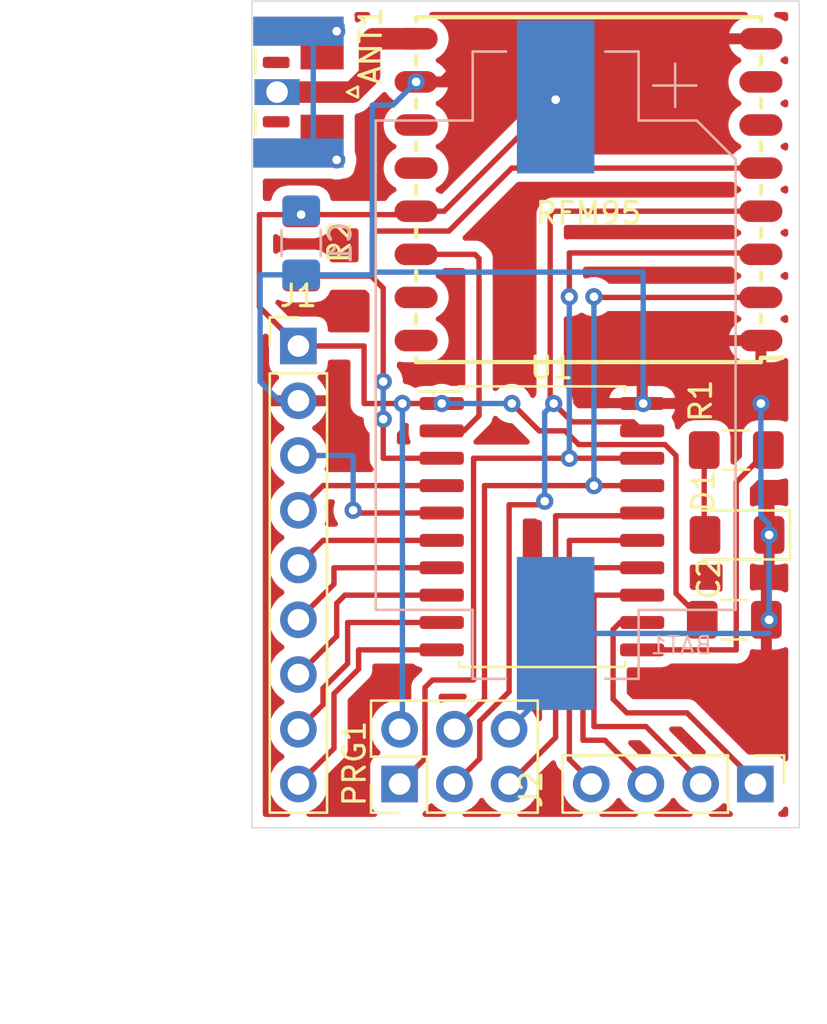
<source format=kicad_pcb>
(kicad_pcb (version 20200119) (host pcbnew "(5.99.0-1365-gd87daebb2)")

  (general
    (thickness 1.6)
    (drawings 4)
    (tracks 182)
    (modules 12)
    (nets 29)
  )

  (page "A4")
  (layers
    (0 "F.Cu" signal)
    (31 "B.Cu" signal)
    (32 "B.Adhes" user)
    (33 "F.Adhes" user)
    (34 "B.Paste" user)
    (35 "F.Paste" user)
    (36 "B.SilkS" user)
    (37 "F.SilkS" user)
    (38 "B.Mask" user)
    (39 "F.Mask" user)
    (40 "Dwgs.User" user)
    (41 "Cmts.User" user)
    (42 "Eco1.User" user)
    (43 "Eco2.User" user)
    (44 "Edge.Cuts" user)
    (45 "Margin" user)
    (46 "B.CrtYd" user)
    (47 "F.CrtYd" user)
    (48 "B.Fab" user)
    (49 "F.Fab" user)
  )

  (setup
    (last_trace_width 0.25)
    (trace_clearance 0.2)
    (zone_clearance 0.508)
    (zone_45_only no)
    (trace_min 0.2)
    (via_size 0.8)
    (via_drill 0.4)
    (via_min_size 0.4)
    (via_min_drill 0.3)
    (uvia_size 0.3)
    (uvia_drill 0.1)
    (uvias_allowed no)
    (uvia_min_size 0.2)
    (uvia_min_drill 0.1)
    (max_error 0.005)
    (defaults
      (edge_clearance 0.01)
      (edge_cuts_line_width 0.05)
      (courtyard_line_width 0.05)
      (copper_line_width 0.2)
      (copper_text_dims (size 1.5 1.5) (thickness 0.3))
      (silk_line_width 0.12)
      (silk_text_dims (size 1 1) (thickness 0.15))
      (other_layers_line_width 0.1)
      (other_layers_text_dims (size 1 1) (thickness 0.15))
      (dimension_units 0)
      (dimension_precision 1)
    )
    (pad_size 1.524 1.524)
    (pad_drill 0.762)
    (pad_to_mask_clearance 0.051)
    (solder_mask_min_width 0.25)
    (aux_axis_origin 0 0)
    (visible_elements FFFDF7FF)
    (pcbplotparams
      (layerselection 0x010fc_ffffffff)
      (usegerberextensions false)
      (usegerberattributes true)
      (usegerberadvancedattributes true)
      (creategerberjobfile true)
      (excludeedgelayer true)
      (linewidth 0.100000)
      (plotframeref false)
      (viasonmask false)
      (mode 1)
      (useauxorigin false)
      (hpglpennumber 1)
      (hpglpenspeed 20)
      (hpglpendiameter 15.000000)
      (psnegative false)
      (psa4output false)
      (plotreference true)
      (plotvalue true)
      (plotinvisibletext false)
      (padsonsilk false)
      (subtractmaskfromsilk false)
      (outputformat 1)
      (mirror false)
      (drillshape 1)
      (scaleselection 1)
      (outputdirectory "")
    )
  )

  (net 0 "")
  (net 1 "Net-(ANT1-Pad1)")
  (net 2 "+3V3")
  (net 3 "GND")
  (net 4 "Net-(D1-Pad2)")
  (net 5 "PB3")
  (net 6 "PB2")
  (net 7 "PB1")
  (net 8 "PB0")
  (net 9 "PA7")
  (net 10 "PA6")
  (net 11 "PC3")
  (net 12 "PC2")
  (net 13 "PC1")
  (net 14 "PC0")
  (net 15 "PB5")
  (net 16 "PB4")
  (net 17 "RST")
  (net 18 "MOSI")
  (net 19 "SCK")
  (net 20 "MISO")
  (net 21 "NSS")
  (net 22 "Net-(RFM95-Pad16)")
  (net 23 "Net-(RFM95-Pad15)")
  (net 24 "DIO0")
  (net 25 "Net-(RFM95-Pad12)")
  (net 26 "Net-(RFM95-Pad11)")
  (net 27 "Net-(RFM95-Pad7)")
  (net 28 "Net-(RFM95-Pad6)")

  (net_class "Default" "Dies ist die voreingestellte Netzklasse."
    (clearance 0.2)
    (trace_width 0.25)
    (via_dia 0.8)
    (via_drill 0.4)
    (uvia_dia 0.3)
    (uvia_drill 0.1)
    (add_net "+3V3")
    (add_net "DIO0")
    (add_net "GND")
    (add_net "MISO")
    (add_net "MOSI")
    (add_net "NSS")
    (add_net "Net-(ANT1-Pad1)")
    (add_net "Net-(D1-Pad2)")
    (add_net "Net-(RFM95-Pad11)")
    (add_net "Net-(RFM95-Pad12)")
    (add_net "Net-(RFM95-Pad15)")
    (add_net "Net-(RFM95-Pad16)")
    (add_net "Net-(RFM95-Pad6)")
    (add_net "Net-(RFM95-Pad7)")
    (add_net "PA6")
    (add_net "PA7")
    (add_net "PB0")
    (add_net "PB1")
    (add_net "PB2")
    (add_net "PB3")
    (add_net "PB4")
    (add_net "PB5")
    (add_net "PC0")
    (add_net "PC1")
    (add_net "PC2")
    (add_net "PC3")
    (add_net "RST")
    (add_net "SCK")
  )

  (module "Connector_PinHeader_2.54mm:PinHeader_1x04_P2.54mm_Vertical" (layer "F.Cu") (tedit 59FED5CC) (tstamp 37ad0759-c2e2-4ffc-aec5-8feeae67c052)
    (at 112.014 66.802 -90)
    (descr "Through hole straight pin header, 1x04, 2.54mm pitch, single row")
    (tags "Through hole pin header THT 1x04 2.54mm single row")
    (path "/00000000-0000-0000-0000-00005ea220ba")
    (fp_text reference "J2" (at 0.254 10.414 90) (layer "F.SilkS")
      (effects (font (size 1 1) (thickness 0.15)))
    )
    (fp_text value "Conn_01x04_Male-Connector" (at 0 9.95 90) (layer "F.Fab")
      (effects (font (size 1 1) (thickness 0.15)))
    )
    (fp_line (start -0.635 -1.27) (end 1.27 -1.27) (layer "F.Fab") (width 0.1))
    (fp_line (start 1.27 -1.27) (end 1.27 8.89) (layer "F.Fab") (width 0.1))
    (fp_line (start 1.27 8.89) (end -1.27 8.89) (layer "F.Fab") (width 0.1))
    (fp_line (start -1.27 8.89) (end -1.27 -0.635) (layer "F.Fab") (width 0.1))
    (fp_line (start -1.27 -0.635) (end -0.635 -1.27) (layer "F.Fab") (width 0.1))
    (fp_line (start -1.33 8.95) (end 1.33 8.95) (layer "F.SilkS") (width 0.12))
    (fp_line (start -1.33 1.27) (end -1.33 8.95) (layer "F.SilkS") (width 0.12))
    (fp_line (start 1.33 1.27) (end 1.33 8.95) (layer "F.SilkS") (width 0.12))
    (fp_line (start -1.33 1.27) (end 1.33 1.27) (layer "F.SilkS") (width 0.12))
    (fp_line (start -1.33 0) (end -1.33 -1.33) (layer "F.SilkS") (width 0.12))
    (fp_line (start -1.33 -1.33) (end 0 -1.33) (layer "F.SilkS") (width 0.12))
    (fp_line (start -1.8 -1.8) (end -1.8 9.4) (layer "F.CrtYd") (width 0.05))
    (fp_line (start -1.8 9.4) (end 1.8 9.4) (layer "F.CrtYd") (width 0.05))
    (fp_line (start 1.8 9.4) (end 1.8 -1.8) (layer "F.CrtYd") (width 0.05))
    (fp_line (start 1.8 -1.8) (end -1.8 -1.8) (layer "F.CrtYd") (width 0.05))
    (fp_text user "${REFERENCE}" (at 0 3.81) (layer "F.Fab")
      (effects (font (size 1 1) (thickness 0.15)))
    )
    (pad "4" thru_hole oval (at 0 7.62 270) (size 1.7 1.7) (drill 1) (layers *.Cu *.Mask)
      (net 11 "PC3") (pinfunction "Pin_4") (tstamp 1f42ee8c-0349-4eda-bdb0-93c11aac5542))
    (pad "3" thru_hole oval (at 0 5.08 270) (size 1.7 1.7) (drill 1) (layers *.Cu *.Mask)
      (net 12 "PC2") (pinfunction "Pin_3") (tstamp d0a81cc0-9c57-49c2-b8e6-118d738f9f96))
    (pad "2" thru_hole oval (at 0 2.54 270) (size 1.7 1.7) (drill 1) (layers *.Cu *.Mask)
      (net 13 "PC1") (pinfunction "Pin_2") (tstamp 96b5e0a2-303a-487c-970f-6dd0d61d29ed))
    (pad "1" thru_hole rect (at 0 0 270) (size 1.7 1.7) (drill 1) (layers *.Cu *.Mask)
      (net 14 "PC0") (pinfunction "Pin_1") (tstamp b90cc231-0764-4b72-bd03-4803dfbf455b))
    (model "${KISYS3DMOD}/Connector_PinHeader_2.54mm.3dshapes/PinHeader_1x04_P2.54mm_Vertical.wrl"
      (at (xyz 0 0 0))
      (scale (xyz 1 1 1))
      (rotate (xyz 0 0 0))
    )
  )

  (module "Connector_PinHeader_2.54mm:PinHeader_1x09_P2.54mm_Vertical" (layer "F.Cu") (tedit 59FED5CC) (tstamp 5878ef79-5a4c-4cbe-9249-c705b0487de0)
    (at 90.805 46.482)
    (descr "Through hole straight pin header, 1x09, 2.54mm pitch, single row")
    (tags "Through hole pin header THT 1x09 2.54mm single row")
    (path "/00000000-0000-0000-0000-00005ea21977")
    (fp_text reference "J1" (at 0 -2.33) (layer "F.SilkS")
      (effects (font (size 1 1) (thickness 0.15)))
    )
    (fp_text value "Conn_01x09_Male-Connector" (at 0 22.65) (layer "F.Fab")
      (effects (font (size 1 1) (thickness 0.15)))
    )
    (fp_line (start -0.635 -1.27) (end 1.27 -1.27) (layer "F.Fab") (width 0.1))
    (fp_line (start 1.27 -1.27) (end 1.27 21.59) (layer "F.Fab") (width 0.1))
    (fp_line (start 1.27 21.59) (end -1.27 21.59) (layer "F.Fab") (width 0.1))
    (fp_line (start -1.27 21.59) (end -1.27 -0.635) (layer "F.Fab") (width 0.1))
    (fp_line (start -1.27 -0.635) (end -0.635 -1.27) (layer "F.Fab") (width 0.1))
    (fp_line (start -1.33 21.65) (end 1.33 21.65) (layer "F.SilkS") (width 0.12))
    (fp_line (start -1.33 1.27) (end -1.33 21.65) (layer "F.SilkS") (width 0.12))
    (fp_line (start 1.33 1.27) (end 1.33 21.65) (layer "F.SilkS") (width 0.12))
    (fp_line (start -1.33 1.27) (end 1.33 1.27) (layer "F.SilkS") (width 0.12))
    (fp_line (start -1.33 0) (end -1.33 -1.33) (layer "F.SilkS") (width 0.12))
    (fp_line (start -1.33 -1.33) (end 0 -1.33) (layer "F.SilkS") (width 0.12))
    (fp_line (start -1.8 -1.8) (end -1.8 22.1) (layer "F.CrtYd") (width 0.05))
    (fp_line (start -1.8 22.1) (end 1.8 22.1) (layer "F.CrtYd") (width 0.05))
    (fp_line (start 1.8 22.1) (end 1.8 -1.8) (layer "F.CrtYd") (width 0.05))
    (fp_line (start 1.8 -1.8) (end -1.8 -1.8) (layer "F.CrtYd") (width 0.05))
    (fp_text user "${REFERENCE}" (at 0 10.16 90) (layer "F.Fab")
      (effects (font (size 1 1) (thickness 0.15)))
    )
    (pad "9" thru_hole oval (at 0 20.32) (size 1.7 1.7) (drill 1) (layers *.Cu *.Mask)
      (net 7 "PB1") (pinfunction "Pin_9") (tstamp bd913765-c83f-439b-b852-dd4bef4e5a1a))
    (pad "8" thru_hole oval (at 0 17.78) (size 1.7 1.7) (drill 1) (layers *.Cu *.Mask)
      (net 6 "PB2") (pinfunction "Pin_8") (tstamp 2c24a06d-6113-4c02-b546-b5ef46606733))
    (pad "7" thru_hole oval (at 0 15.24) (size 1.7 1.7) (drill 1) (layers *.Cu *.Mask)
      (net 5 "PB3") (pinfunction "Pin_7") (tstamp 63ab69a7-c154-4cf1-8e09-58d145173c08))
    (pad "6" thru_hole oval (at 0 12.7) (size 1.7 1.7) (drill 1) (layers *.Cu *.Mask)
      (net 16 "PB4") (pinfunction "Pin_6") (tstamp e04ec695-fdf9-4318-afc6-4bb33faacd9d))
    (pad "5" thru_hole oval (at 0 10.16) (size 1.7 1.7) (drill 1) (layers *.Cu *.Mask)
      (net 15 "PB5") (pinfunction "Pin_5") (tstamp b760502c-8d8d-46d5-a5f4-13b9c9f32ef4))
    (pad "4" thru_hole oval (at 0 7.62) (size 1.7 1.7) (drill 1) (layers *.Cu *.Mask)
      (net 10 "PA6") (pinfunction "Pin_4") (tstamp e69a4f29-3e9f-4d21-af31-abce97ce0414))
    (pad "3" thru_hole oval (at 0 5.08) (size 1.7 1.7) (drill 1) (layers *.Cu *.Mask)
      (net 9 "PA7") (pinfunction "Pin_3") (tstamp 321a75eb-8597-4cb2-9f65-2975a9a2b4db))
    (pad "2" thru_hole oval (at 0 2.54) (size 1.7 1.7) (drill 1) (layers *.Cu *.Mask)
      (net 3 "GND") (pinfunction "Pin_2") (tstamp b9c3447c-6ebe-4b61-8893-78b2447a1731))
    (pad "1" thru_hole rect (at 0 0) (size 1.7 1.7) (drill 1) (layers *.Cu *.Mask)
      (net 2 "+3V3") (pinfunction "Pin_1") (tstamp b6118fb3-05c7-45fe-80d3-9ecb69513529))
    (model "${KISYS3DMOD}/Connector_PinHeader_2.54mm.3dshapes/PinHeader_1x09_P2.54mm_Vertical.wrl"
      (at (xyz 0 0 0))
      (scale (xyz 1 1 1))
      (rotate (xyz 0 0 0))
    )
  )

  (module "battery_holder:BatteryHolder_Keystone_1060_1x2032_Long_Pad" (layer "B.Cu") (tedit 5E2D666C) (tstamp 9d7153da-edd0-4d40-a819-05ccb6e910e8)
    (at 102.743 47.371 -90)
    (descr "http://www.keyelco.com/product-pdf.cfm?p=726")
    (tags "CR2032 BR2032 BatteryHolder Battery")
    (path "/00000000-0000-0000-0000-00005d6f40ee")
    (attr smd)
    (fp_text reference "BAT1" (at 12.99972 -5.82676) (layer "B.SilkS")
      (effects (font (size 0.8 0.8) (thickness 0.1)) (justify mirror))
    )
    (fp_text value "Battery_Cell" (at 0 -11.75 -90) (layer "B.Fab")
      (effects (font (size 1 1) (thickness 0.15)) (justify mirror))
    )
    (fp_line (start -11.98524 -5.54736) (end -13.98524 -5.54736) (layer "B.SilkS") (width 0.12))
    (fp_line (start -12.97432 -4.5278) (end -12.97432 -6.5278) (layer "B.SilkS") (width 0.12))
    (fp_text user "BAT" (at 0 0 -90) (layer "B.Fab") hide
      (effects (font (size 1 1) (thickness 0.15)) (justify mirror))
    )
    (fp_line (start 11.5 8.5) (end 6.5 8.5) (layer "B.CrtYd") (width 0.05))
    (fp_arc (start 0 0) (end 6.5 8.5) (angle 74.81070976) (layer "B.CrtYd") (width 0.05))
    (fp_line (start 11.5 -4) (end 11.5 -8.5) (layer "B.CrtYd") (width 0.05))
    (fp_line (start 14.7 -4) (end 11.5 -4) (layer "B.CrtYd") (width 0.05))
    (fp_line (start 14.7 -2.3) (end 14.7 -4) (layer "B.CrtYd") (width 0.05))
    (fp_line (start 16.45 -2.3) (end 14.7 -2.3) (layer "B.CrtYd") (width 0.05))
    (fp_line (start 16.45 2.3) (end 16.45 -2.3) (layer "B.CrtYd") (width 0.05))
    (fp_line (start 14.7 2.3) (end 16.45 2.3) (layer "B.CrtYd") (width 0.05))
    (fp_line (start 14.7 4) (end 14.7 2.3) (layer "B.CrtYd") (width 0.05))
    (fp_line (start 11.5 4) (end 14.7 4) (layer "B.CrtYd") (width 0.05))
    (fp_line (start 11.5 8.5) (end 11.5 4) (layer "B.CrtYd") (width 0.05))
    (fp_line (start -11.5 8.5) (end -6.5 8.5) (layer "B.CrtYd") (width 0.05))
    (fp_line (start -11.5 4) (end -11.5 8.5) (layer "B.CrtYd") (width 0.05))
    (fp_line (start -14.7 4) (end -11.5 4) (layer "B.CrtYd") (width 0.05))
    (fp_line (start -14.7 2.3) (end -14.7 4) (layer "B.CrtYd") (width 0.05))
    (fp_line (start -14.7 2.3) (end -16.45 2.3) (layer "B.CrtYd") (width 0.05))
    (fp_line (start -16.45 -2.3) (end -16.45 2.3) (layer "B.CrtYd") (width 0.05))
    (fp_line (start -14.7 -2.3) (end -16.45 -2.3) (layer "B.CrtYd") (width 0.05))
    (fp_line (start -14.7 -4) (end -14.7 -2.3) (layer "B.CrtYd") (width 0.05))
    (fp_line (start -14.7 -4) (end -11.5 -4) (layer "B.CrtYd") (width 0.05))
    (fp_line (start -11.5 -4) (end -11.5 -8.5) (layer "B.CrtYd") (width 0.05))
    (fp_line (start -6.5 -8.5) (end -11.5 -8.5) (layer "B.CrtYd") (width 0.05))
    (fp_line (start 11.5 -8.5) (end 6.5 -8.5) (layer "B.CrtYd") (width 0.05))
    (fp_arc (start 0 0) (end -6.5 -8.5) (angle 74.81070976) (layer "B.CrtYd") (width 0.05))
    (fp_line (start 11.35 8.35) (end 11.35 3.85) (layer "B.SilkS") (width 0.12))
    (fp_line (start -11.35 8.35) (end -11.35 3.85) (layer "B.SilkS") (width 0.12))
    (fp_line (start -11.35 8.35) (end 11.35 8.35) (layer "B.SilkS") (width 0.12))
    (fp_line (start 14.55 3.85) (end 14.55 2.3) (layer "B.SilkS") (width 0.12))
    (fp_line (start 11.35 3.85) (end 14.55 3.85) (layer "B.SilkS") (width 0.12))
    (fp_line (start -14.55 3.85) (end -14.55 2.3) (layer "B.SilkS") (width 0.12))
    (fp_line (start -11.35 3.85) (end -14.55 3.85) (layer "B.SilkS") (width 0.12))
    (fp_line (start -14.55 -3.85) (end -14.55 -2.3) (layer "B.SilkS") (width 0.12))
    (fp_line (start -11.35 -3.85) (end -14.55 -3.85) (layer "B.SilkS") (width 0.12))
    (fp_line (start -9.55 -8.35) (end -11.35 -6.55) (layer "B.SilkS") (width 0.12))
    (fp_line (start -11.35 -6.55) (end -11.35 -3.85) (layer "B.SilkS") (width 0.12))
    (fp_line (start 11.35 -8.35) (end -9.55 -8.35) (layer "B.SilkS") (width 0.12))
    (fp_line (start 11.35 -8.35) (end 11.35 -3.85) (layer "B.SilkS") (width 0.12))
    (fp_line (start 14.55 -3.85) (end 14.55 -2.3) (layer "B.SilkS") (width 0.12))
    (fp_line (start 11.35 -3.85) (end 14.55 -3.85) (layer "B.SilkS") (width 0.12))
    (fp_line (start -9.4 -8) (end -11 -6.4) (layer "B.Fab") (width 0.1))
    (fp_line (start 14.2 3.5) (end 11 3.5) (layer "B.Fab") (width 0.1))
    (fp_line (start 14.2 -3.5) (end 14.2 3.5) (layer "B.Fab") (width 0.1))
    (fp_line (start 11 -3.5) (end 14.2 -3.5) (layer "B.Fab") (width 0.1))
    (fp_line (start -14.2 3.5) (end -11 3.5) (layer "B.Fab") (width 0.1))
    (fp_line (start -14.2 -3.5) (end -14.2 3.5) (layer "B.Fab") (width 0.1))
    (fp_line (start -11 -3.5) (end -14.2 -3.5) (layer "B.Fab") (width 0.1))
    (fp_line (start -11 -6.4) (end -11 -3.5) (layer "B.Fab") (width 0.1))
    (fp_line (start -11 8) (end -11 3.5) (layer "B.Fab") (width 0.1))
    (fp_line (start 11 8) (end 11 3.5) (layer "B.Fab") (width 0.1))
    (fp_line (start 11 -8) (end 11 -3.5) (layer "B.Fab") (width 0.1))
    (fp_line (start 11 8) (end -11 8) (layer "B.Fab") (width 0.1))
    (fp_line (start 11 -8) (end -9.4 -8) (layer "B.Fab") (width 0.1))
    (fp_circle (center 0 0) (end -10.2 0) (layer "Dwgs.User") (width 0.3))
    (pad "1" smd rect (at -12.446 0 90) (size 7.1 3.6) (layers "B.Cu" "B.Paste" "B.Mask")
      (net 2 "+3V3") (pinfunction "+") (tstamp caf55193-8fd8-4cc8-9c23-db184a9b1e1f))
    (pad "2" smd rect (at 12.446 0 90) (size 7.1 3.6) (layers "B.Cu" "B.Paste" "B.Mask")
      (net 3 "GND") (pinfunction "-") (tstamp 295c4d52-8e77-4b0b-a7a1-f2b1897cc7a2))
    (model "${KISYS3DMOD}/Battery.3dshapes/BatteryHolder_Keystone_1060_1x2032.wrl"
      (at (xyz 0 0 0))
      (scale (xyz 1 1 1))
      (rotate (xyz 0 0 0))
    )
  )

  (module "Capacitor_SMD:C_1206_3216Metric_Pad1.42x1.75mm_HandSolder" (layer "F.Cu") (tedit 5B301BBE) (tstamp 0716afc0-235f-419f-8fc4-a2daae6fd421)
    (at 111.0345 59.182)
    (descr "Capacitor SMD 1206 (3216 Metric), square (rectangular) end terminal, IPC_7351 nominal with elongated pad for handsoldering. (Body size source: http://www.tortai-tech.com/upload/download/2011102023233369053.pdf), generated with kicad-footprint-generator")
    (tags "capacitor handsolder")
    (path "/00000000-0000-0000-0000-00005d694e97")
    (attr smd)
    (fp_text reference "C2" (at -1.1795 -1.905 270) (layer "F.SilkS")
      (effects (font (size 1 1) (thickness 0.15)))
    )
    (fp_text value "100n" (at 0 1.82 180) (layer "F.Fab")
      (effects (font (size 1 1) (thickness 0.15)))
    )
    (fp_text user "${REFERENCE}" (at 0 0 180) (layer "F.Fab")
      (effects (font (size 0.8 0.8) (thickness 0.12)))
    )
    (fp_line (start 2.45 1.12) (end -2.45 1.12) (layer "F.CrtYd") (width 0.05))
    (fp_line (start 2.45 -1.12) (end 2.45 1.12) (layer "F.CrtYd") (width 0.05))
    (fp_line (start -2.45 -1.12) (end 2.45 -1.12) (layer "F.CrtYd") (width 0.05))
    (fp_line (start -2.45 1.12) (end -2.45 -1.12) (layer "F.CrtYd") (width 0.05))
    (fp_line (start -0.602064 0.91) (end 0.602064 0.91) (layer "F.SilkS") (width 0.12))
    (fp_line (start -0.602064 -0.91) (end 0.602064 -0.91) (layer "F.SilkS") (width 0.12))
    (fp_line (start 1.6 0.8) (end -1.6 0.8) (layer "F.Fab") (width 0.1))
    (fp_line (start 1.6 -0.8) (end 1.6 0.8) (layer "F.Fab") (width 0.1))
    (fp_line (start -1.6 -0.8) (end 1.6 -0.8) (layer "F.Fab") (width 0.1))
    (fp_line (start -1.6 0.8) (end -1.6 -0.8) (layer "F.Fab") (width 0.1))
    (pad "2" smd roundrect (at 1.4875 0) (size 1.425 1.75) (layers "F.Cu" "F.Paste" "F.Mask") (roundrect_rratio 0.175439)
      (net 3 "GND") (tstamp c9eb0720-9b2f-46da-8f62-376f2cd23c4c))
    (pad "1" smd roundrect (at -1.4875 0) (size 1.425 1.75) (layers "F.Cu" "F.Paste" "F.Mask") (roundrect_rratio 0.175439)
      (net 2 "+3V3") (tstamp c1ee0492-e9b5-4078-bf37-78c78cd732ff))
    (model "${KISYS3DMOD}/Capacitor_SMD.3dshapes/C_1206_3216Metric.wrl"
      (at (xyz 0 0 0))
      (scale (xyz 1 1 1))
      (rotate (xyz 0 0 0))
    )
  )

  (module "Package_SO:SOIC-20W_7.5x12.8mm_P1.27mm" (layer "F.Cu") (tedit 5D9F72B1) (tstamp 4d88a77c-1cbb-46f9-8c4c-d506b7453540)
    (at 102.108 54.864)
    (descr "SOIC, 20 Pin (JEDEC MS-013AC, https://www.analog.com/media/en/package-pcb-resources/package/233848rw_20.pdf), generated with kicad-footprint-generator ipc_gullwing_generator.py")
    (tags "SOIC SO")
    (path "/00000000-0000-0000-0000-00005e9fca2b")
    (attr smd)
    (fp_text reference "U1" (at 0.4445 -7.366) (layer "F.SilkS")
      (effects (font (size 1 1) (thickness 0.15)))
    )
    (fp_text value "ATtiny3216-S" (at 0 7.35) (layer "F.Fab")
      (effects (font (size 1 1) (thickness 0.15)))
    )
    (fp_text user "${REFERENCE}" (at 0 0) (layer "F.Fab")
      (effects (font (size 1 1) (thickness 0.15)))
    )
    (fp_line (start 5.93 -6.65) (end -5.93 -6.65) (layer "F.CrtYd") (width 0.05))
    (fp_line (start 5.93 6.65) (end 5.93 -6.65) (layer "F.CrtYd") (width 0.05))
    (fp_line (start -5.93 6.65) (end 5.93 6.65) (layer "F.CrtYd") (width 0.05))
    (fp_line (start -5.93 -6.65) (end -5.93 6.65) (layer "F.CrtYd") (width 0.05))
    (fp_line (start -3.75 -5.4) (end -2.75 -6.4) (layer "F.Fab") (width 0.1))
    (fp_line (start -3.75 6.4) (end -3.75 -5.4) (layer "F.Fab") (width 0.1))
    (fp_line (start 3.75 6.4) (end -3.75 6.4) (layer "F.Fab") (width 0.1))
    (fp_line (start 3.75 -6.4) (end 3.75 6.4) (layer "F.Fab") (width 0.1))
    (fp_line (start -2.75 -6.4) (end 3.75 -6.4) (layer "F.Fab") (width 0.1))
    (fp_line (start -3.86 -6.275) (end -5.675 -6.275) (layer "F.SilkS") (width 0.12))
    (fp_line (start -3.86 -6.51) (end -3.86 -6.275) (layer "F.SilkS") (width 0.12))
    (fp_line (start 0 -6.51) (end -3.86 -6.51) (layer "F.SilkS") (width 0.12))
    (fp_line (start 3.86 -6.51) (end 3.86 -6.275) (layer "F.SilkS") (width 0.12))
    (fp_line (start 0 -6.51) (end 3.86 -6.51) (layer "F.SilkS") (width 0.12))
    (fp_line (start -3.86 6.51) (end -3.86 6.275) (layer "F.SilkS") (width 0.12))
    (fp_line (start 0 6.51) (end -3.86 6.51) (layer "F.SilkS") (width 0.12))
    (fp_line (start 3.86 6.51) (end 3.86 6.275) (layer "F.SilkS") (width 0.12))
    (fp_line (start 0 6.51) (end 3.86 6.51) (layer "F.SilkS") (width 0.12))
    (pad "20" smd roundrect (at 4.65 -5.715) (size 2.05 0.6) (layers "F.Cu" "F.Paste" "F.Mask") (roundrect_rratio 0.25)
      (net 3 "GND") (pinfunction "GND") (tstamp 73e7bea6-ba2d-4631-8ded-915f4a01713a))
    (pad "19" smd roundrect (at 4.65 -4.445) (size 2.05 0.6) (layers "F.Cu" "F.Paste" "F.Mask") (roundrect_rratio 0.25)
      (net 19 "SCK") (pinfunction "PA3") (tstamp 4519c0e9-85a0-4ada-8c45-16f8db194af5))
    (pad "18" smd roundrect (at 4.65 -3.175) (size 2.05 0.6) (layers "F.Cu" "F.Paste" "F.Mask") (roundrect_rratio 0.25)
      (net 20 "MISO") (pinfunction "PA2") (tstamp e658d211-b3b5-44ab-ba3d-d833ed7acb2c))
    (pad "17" smd roundrect (at 4.65 -1.905) (size 2.05 0.6) (layers "F.Cu" "F.Paste" "F.Mask") (roundrect_rratio 0.25)
      (net 18 "MOSI") (pinfunction "PA1") (tstamp aff6625b-23e3-4d78-a506-9830f5b53a5f))
    (pad "16" smd roundrect (at 4.65 -0.635) (size 2.05 0.6) (layers "F.Cu" "F.Paste" "F.Mask") (roundrect_rratio 0.25)
      (net 17 "RST") (pinfunction "~RESET~/PA0") (tstamp 5eb82f2f-09f5-4d33-9d72-8d584a4f0e5d))
    (pad "15" smd roundrect (at 4.65 0.635) (size 2.05 0.6) (layers "F.Cu" "F.Paste" "F.Mask") (roundrect_rratio 0.25)
      (net 11 "PC3") (pinfunction "PC3") (tstamp 2d6f8421-6168-4dac-ba31-6a0bb1ffa91f))
    (pad "14" smd roundrect (at 4.65 1.905) (size 2.05 0.6) (layers "F.Cu" "F.Paste" "F.Mask") (roundrect_rratio 0.25)
      (net 12 "PC2") (pinfunction "PC2") (tstamp 957c9fae-968e-4b96-8127-d557f704fe40))
    (pad "13" smd roundrect (at 4.65 3.175) (size 2.05 0.6) (layers "F.Cu" "F.Paste" "F.Mask") (roundrect_rratio 0.25)
      (net 13 "PC1") (pinfunction "PC1") (tstamp 0e94faa5-9365-4079-b6d3-754f8c85861a))
    (pad "12" smd roundrect (at 4.65 4.445) (size 2.05 0.6) (layers "F.Cu" "F.Paste" "F.Mask") (roundrect_rratio 0.25)
      (net 14 "PC0") (pinfunction "PC0") (tstamp 7fd6b8c8-a94b-4e3d-80a4-5f8f602ad5d9))
    (pad "11" smd roundrect (at 4.65 5.715) (size 2.05 0.6) (layers "F.Cu" "F.Paste" "F.Mask") (roundrect_rratio 0.25)
      (net 8 "PB0") (pinfunction "PB0") (tstamp 10c67960-6709-4c46-9941-6f9d858b7300))
    (pad "10" smd roundrect (at -4.65 5.715) (size 2.05 0.6) (layers "F.Cu" "F.Paste" "F.Mask") (roundrect_rratio 0.25)
      (net 7 "PB1") (pinfunction "PB1") (tstamp 906b6acc-1203-45b3-b937-1bf1aee9be2b))
    (pad "9" smd roundrect (at -4.65 4.445) (size 2.05 0.6) (layers "F.Cu" "F.Paste" "F.Mask") (roundrect_rratio 0.25)
      (net 6 "PB2") (pinfunction "PB2") (tstamp 0c2c31b9-89ad-457b-bedd-bdefddde00b8))
    (pad "8" smd roundrect (at -4.65 3.175) (size 2.05 0.6) (layers "F.Cu" "F.Paste" "F.Mask") (roundrect_rratio 0.25)
      (net 5 "PB3") (pinfunction "PB3") (tstamp 7029fa04-a1e6-4db0-80bc-158558dd6cd4))
    (pad "7" smd roundrect (at -4.65 1.905) (size 2.05 0.6) (layers "F.Cu" "F.Paste" "F.Mask") (roundrect_rratio 0.25)
      (net 16 "PB4") (pinfunction "PB4") (tstamp c84d88a5-fcc9-4f0a-8876-335483155670))
    (pad "6" smd roundrect (at -4.65 0.635) (size 2.05 0.6) (layers "F.Cu" "F.Paste" "F.Mask") (roundrect_rratio 0.25)
      (net 15 "PB5") (pinfunction "PB5") (tstamp b2f200c2-ba09-4f72-b838-452dd2332ae0))
    (pad "5" smd roundrect (at -4.65 -0.635) (size 2.05 0.6) (layers "F.Cu" "F.Paste" "F.Mask") (roundrect_rratio 0.25)
      (net 9 "PA7") (pinfunction "PA7") (tstamp 94e6602f-e3d0-4f5b-9914-9caabb406767))
    (pad "4" smd roundrect (at -4.65 -1.905) (size 2.05 0.6) (layers "F.Cu" "F.Paste" "F.Mask") (roundrect_rratio 0.25)
      (net 10 "PA6") (pinfunction "PA6") (tstamp 7e60d9b5-fbcf-44b2-95a2-02f1a1a94936))
    (pad "3" smd roundrect (at -4.65 -3.175) (size 2.05 0.6) (layers "F.Cu" "F.Paste" "F.Mask") (roundrect_rratio 0.25)
      (net 21 "NSS") (pinfunction "PA5") (tstamp 8a2b4975-07c2-45bb-b25e-ce0be015bf27))
    (pad "2" smd roundrect (at -4.65 -4.445) (size 2.05 0.6) (layers "F.Cu" "F.Paste" "F.Mask") (roundrect_rratio 0.25)
      (net 24 "DIO0") (pinfunction "PA4") (tstamp e3fb48bc-d104-4fe4-99dd-188283abed32))
    (pad "1" smd roundrect (at -4.65 -5.715) (size 2.05 0.6) (layers "F.Cu" "F.Paste" "F.Mask") (roundrect_rratio 0.25)
      (net 2 "+3V3") (pinfunction "VCC") (tstamp 1fb1fb70-6b36-4b97-b2d2-62e75f90ba89))
    (model "${KISYS3DMOD}/Package_SO.3dshapes/SOIC-20W_7.5x12.8mm_P1.27mm.wrl"
      (at (xyz 0 0 0))
      (scale (xyz 1 1 1))
      (rotate (xyz 0 0 0))
    )
  )

  (module "RFM:RFM95" (layer "F.Cu") (tedit 585E5D4C) (tstamp 2adccd66-1386-43da-be78-c5d3f7237135)
    (at 112.268 46.228 180)
    (path "/00000000-0000-0000-0000-00005d664943")
    (fp_text reference "RFM95" (at 8.001 5.9055 180) (layer "F.SilkS")
      (effects (font (size 1 1) (thickness 0.15)))
    )
    (fp_text value "RFM95W-868S2" (at 13.5 -1.8) (layer "F.Fab")
      (effects (font (size 1 1) (thickness 0.15)))
    )
    (fp_line (start 0 -1) (end 16 -1) (layer "F.SilkS") (width 0.2))
    (fp_line (start 0 10.8) (end 0 11.2) (layer "F.SilkS") (width 0.2))
    (fp_line (start 0 8.8) (end 0 9.2) (layer "F.SilkS") (width 0.2))
    (fp_line (start 0 6.8) (end 0 7.2) (layer "F.SilkS") (width 0.2))
    (fp_line (start 0 4.8) (end 0 5.2) (layer "F.SilkS") (width 0.2))
    (fp_line (start 0 3.2) (end 0 2.8) (layer "F.SilkS") (width 0.2))
    (fp_line (start 0 1.2) (end 0 0.8) (layer "F.SilkS") (width 0.2))
    (fp_line (start -1 -0.8) (end 0 -0.8) (layer "F.SilkS") (width 0.2))
    (fp_line (start 0 -0.8) (end 0 -1) (layer "F.SilkS") (width 0.2))
    (fp_line (start 0 12.8) (end 0 13.2) (layer "F.SilkS") (width 0.2))
    (fp_line (start 16 -1) (end 16 -0.8) (layer "F.SilkS") (width 0.2))
    (fp_line (start 16 0.8) (end 16 1.2) (layer "F.SilkS") (width 0.2))
    (fp_line (start 16 2.8) (end 16 3.2) (layer "F.SilkS") (width 0.2))
    (fp_line (start 16 4.8) (end 16 5.2) (layer "F.SilkS") (width 0.2))
    (fp_line (start 16 6.8) (end 16 7.2) (layer "F.SilkS") (width 0.2))
    (fp_line (start 16 8.8) (end 16 9.2) (layer "F.SilkS") (width 0.2))
    (fp_line (start 16 10.8) (end 16 11.2) (layer "F.SilkS") (width 0.2))
    (fp_line (start 16 12.8) (end 16 13.2) (layer "F.SilkS") (width 0.2))
    (fp_line (start 16 14.8) (end 16 15) (layer "F.SilkS") (width 0.2))
    (fp_line (start 16 15) (end 0 15) (layer "F.SilkS") (width 0.2))
    (fp_line (start 0 15) (end 0 14.8) (layer "F.SilkS") (width 0.2))
    (pad "16" smd oval (at 16 0 180) (size 2 1) (layers "F.Cu" "F.Paste" "F.Mask")
      (net 22 "Net-(RFM95-Pad16)") (pinfunction "DIO2") (tstamp 3f50cafc-6e68-4d1d-844a-373a50ece236))
    (pad "15" smd oval (at 16 2 180) (size 2 1) (layers "F.Cu" "F.Paste" "F.Mask")
      (net 23 "Net-(RFM95-Pad15)") (pinfunction "DIO1") (tstamp ca100828-f7f6-47cc-8709-5a1ce3dcb7de))
    (pad "14" smd oval (at 16 4 180) (size 2 1) (layers "F.Cu" "F.Paste" "F.Mask")
      (net 24 "DIO0") (pinfunction "DIO0") (tstamp 50047f61-edb7-4f95-a044-a0a75934360e))
    (pad "13" smd oval (at 16 6 180) (size 2 1) (layers "F.Cu" "F.Paste" "F.Mask")
      (net 2 "+3V3") (pinfunction "3.3V") (tstamp c68eed56-78fa-4414-8797-2180873df93c))
    (pad "12" smd oval (at 16 8 180) (size 2 1) (layers "F.Cu" "F.Paste" "F.Mask")
      (net 25 "Net-(RFM95-Pad12)") (pinfunction "DIO4") (tstamp 9f589ef8-927d-4f73-85a9-7029b3912c13))
    (pad "11" smd oval (at 16 10 180) (size 2 1) (layers "F.Cu" "F.Paste" "F.Mask")
      (net 26 "Net-(RFM95-Pad11)") (pinfunction "DIO3") (tstamp c8a4578d-34b5-40bf-871a-a84087ce8f22))
    (pad "10" smd oval (at 16 12 180) (size 2 1) (layers "F.Cu" "F.Paste" "F.Mask")
      (net 3 "GND") (pinfunction "GND") (tstamp 5ff5fe06-5967-4eed-9584-7a4624055d2c))
    (pad "9" smd oval (at 16 14 180) (size 2 1) (layers "F.Cu" "F.Paste" "F.Mask")
      (net 1 "Net-(ANT1-Pad1)") (pinfunction "ANT") (tstamp 9b21dbe4-032c-47f6-ad87-910aa4f4727e))
    (pad "8" smd oval (at 0 14 180) (size 2 1) (layers "F.Cu" "F.Paste" "F.Mask")
      (net 3 "GND") (pinfunction "GND") (tstamp 9266509a-58d7-4cfa-a42f-c1ace7ae7dc1))
    (pad "7" smd oval (at 0 12 180) (size 2 1) (layers "F.Cu" "F.Paste" "F.Mask")
      (net 27 "Net-(RFM95-Pad7)") (pinfunction "DIO5") (tstamp cc91222e-800f-4c5c-8d10-d21e7e23cca4))
    (pad "6" smd oval (at 0 10 180) (size 2 1) (layers "F.Cu" "F.Paste" "F.Mask")
      (net 28 "Net-(RFM95-Pad6)") (pinfunction "RESET") (tstamp 0c5cd253-0907-4f72-b5ee-21e70df1c4ac))
    (pad "5" smd oval (at 0 8 180) (size 2 1) (layers "F.Cu" "F.Paste" "F.Mask")
      (net 21 "NSS") (pinfunction "NSS") (tstamp 81d5ac4a-3744-452e-8e4d-96a3ae9a410f))
    (pad "4" smd oval (at 0 6 180) (size 2 1) (layers "F.Cu" "F.Paste" "F.Mask")
      (net 19 "SCK") (pinfunction "SCK") (tstamp 1cb3503b-5ae3-4192-9a91-fcd98bd08f1b))
    (pad "3" smd oval (at 0 4 180) (size 2 1) (layers "F.Cu" "F.Paste" "F.Mask")
      (net 20 "MISO") (pinfunction "MOSI") (tstamp 3d8f4f7b-9e9a-48dc-9367-7731de91e561))
    (pad "2" smd oval (at 0 2 180) (size 2 1) (layers "F.Cu" "F.Paste" "F.Mask")
      (net 18 "MOSI") (pinfunction "MISO") (tstamp 05c457a4-9d32-494c-978c-3baf33b5f80b))
    (pad "1" smd oval (at 0 0 180) (size 2 1) (layers "F.Cu" "F.Paste" "F.Mask")
      (net 3 "GND") (pinfunction "GND") (tstamp 0c635b54-f8c7-4106-816b-03aa4b26a0a1))
  )

  (module "Resistor_SMD:R_1206_3216Metric_Pad1.42x1.75mm_HandSolder" (layer "F.Cu") (tedit 5B301BBD) (tstamp f3631681-075a-44c2-849d-f7e9b08a97cd)
    (at 90.932 41.7465 90)
    (descr "Resistor SMD 1206 (3216 Metric), square (rectangular) end terminal, IPC_7351 nominal with elongated pad for handsoldering. (Body size source: http://www.tortai-tech.com/upload/download/2011102023233369053.pdf), generated with kicad-footprint-generator")
    (tags "resistor handsolder")
    (path "/00000000-0000-0000-0000-00005e0cabaf")
    (attr smd)
    (fp_text reference "R2" (at 0.1 1.778 90) (layer "F.SilkS")
      (effects (font (size 1 1) (thickness 0.15)))
    )
    (fp_text value "47K" (at 0 1.82 90) (layer "F.Fab")
      (effects (font (size 1 1) (thickness 0.15)))
    )
    (fp_text user "${REFERENCE}" (at 0 0 90) (layer "F.Fab")
      (effects (font (size 0.8 0.8) (thickness 0.12)))
    )
    (fp_line (start 2.45 1.12) (end -2.45 1.12) (layer "F.CrtYd") (width 0.05))
    (fp_line (start 2.45 -1.12) (end 2.45 1.12) (layer "F.CrtYd") (width 0.05))
    (fp_line (start -2.45 -1.12) (end 2.45 -1.12) (layer "F.CrtYd") (width 0.05))
    (fp_line (start -2.45 1.12) (end -2.45 -1.12) (layer "F.CrtYd") (width 0.05))
    (fp_line (start -0.602064 0.91) (end 0.602064 0.91) (layer "F.SilkS") (width 0.12))
    (fp_line (start -0.602064 -0.91) (end 0.602064 -0.91) (layer "F.SilkS") (width 0.12))
    (fp_line (start 1.6 0.8) (end -1.6 0.8) (layer "F.Fab") (width 0.1))
    (fp_line (start 1.6 -0.8) (end 1.6 0.8) (layer "F.Fab") (width 0.1))
    (fp_line (start -1.6 -0.8) (end 1.6 -0.8) (layer "F.Fab") (width 0.1))
    (fp_line (start -1.6 0.8) (end -1.6 -0.8) (layer "F.Fab") (width 0.1))
    (pad "2" smd roundrect (at 1.4875 0 90) (size 1.425 1.75) (layers "F.Cu" "F.Paste" "F.Mask") (roundrect_rratio 0.175439)
      (net 2 "+3V3") (tstamp ec4f151e-24f2-4c68-9f42-b1953ac1077e))
    (pad "1" smd roundrect (at -1.4875 0 90) (size 1.425 1.75) (layers "F.Cu" "F.Paste" "F.Mask") (roundrect_rratio 0.175439)
      (net 21 "NSS") (tstamp 81c073c2-6547-407b-ba4a-43441526ac3b))
    (model "${KISYS3DMOD}/Resistor_SMD.3dshapes/R_1206_3216Metric.wrl"
      (at (xyz 0 0 0))
      (scale (xyz 1 1 1))
      (rotate (xyz 0 0 0))
    )
  )

  (module "Resistor_SMD:R_1206_3216Metric_Pad1.42x1.75mm_HandSolder" (layer "F.Cu") (tedit 5B301BBD) (tstamp e7080450-da85-4ee7-a2fa-3f1686a9ad02)
    (at 111.125 51.308)
    (descr "Resistor SMD 1206 (3216 Metric), square (rectangular) end terminal, IPC_7351 nominal with elongated pad for handsoldering. (Body size source: http://www.tortai-tech.com/upload/download/2011102023233369053.pdf), generated with kicad-footprint-generator")
    (tags "resistor handsolder")
    (path "/00000000-0000-0000-0000-00005d6827f4")
    (attr smd)
    (fp_text reference "R1" (at -1.651 -2.286 90) (layer "F.SilkS")
      (effects (font (size 1 1) (thickness 0.15)))
    )
    (fp_text value "100" (at 0 1.82 180) (layer "F.Fab")
      (effects (font (size 1 1) (thickness 0.15)))
    )
    (fp_text user "${REFERENCE}" (at 0 0 180) (layer "F.Fab")
      (effects (font (size 0.8 0.8) (thickness 0.12)))
    )
    (fp_line (start 2.45 1.12) (end -2.45 1.12) (layer "F.CrtYd") (width 0.05))
    (fp_line (start 2.45 -1.12) (end 2.45 1.12) (layer "F.CrtYd") (width 0.05))
    (fp_line (start -2.45 -1.12) (end 2.45 -1.12) (layer "F.CrtYd") (width 0.05))
    (fp_line (start -2.45 1.12) (end -2.45 -1.12) (layer "F.CrtYd") (width 0.05))
    (fp_line (start -0.602064 0.91) (end 0.602064 0.91) (layer "F.SilkS") (width 0.12))
    (fp_line (start -0.602064 -0.91) (end 0.602064 -0.91) (layer "F.SilkS") (width 0.12))
    (fp_line (start 1.6 0.8) (end -1.6 0.8) (layer "F.Fab") (width 0.1))
    (fp_line (start 1.6 -0.8) (end 1.6 0.8) (layer "F.Fab") (width 0.1))
    (fp_line (start -1.6 -0.8) (end 1.6 -0.8) (layer "F.Fab") (width 0.1))
    (fp_line (start -1.6 0.8) (end -1.6 -0.8) (layer "F.Fab") (width 0.1))
    (pad "2" smd roundrect (at 1.4875 0) (size 1.425 1.75) (layers "F.Cu" "F.Paste" "F.Mask") (roundrect_rratio 0.175439)
      (net 8 "PB0") (tstamp ec4f151e-24f2-4c68-9f42-b1953ac1077e))
    (pad "1" smd roundrect (at -1.4875 0) (size 1.425 1.75) (layers "F.Cu" "F.Paste" "F.Mask") (roundrect_rratio 0.175439)
      (net 4 "Net-(D1-Pad2)") (tstamp 81c073c2-6547-407b-ba4a-43441526ac3b))
    (model "${KISYS3DMOD}/Resistor_SMD.3dshapes/R_1206_3216Metric.wrl"
      (at (xyz 0 0 0))
      (scale (xyz 1 1 1))
      (rotate (xyz 0 0 0))
    )
  )

  (module "Connector_PinHeader_2.54mm:PinHeader_2x03_P2.54mm_Vertical" (layer "F.Cu") (tedit 59FED5CC) (tstamp b2052976-0e55-4c0e-818f-7fd3fdccfb5f)
    (at 95.504 66.802 90)
    (descr "Through hole straight pin header, 2x03, 2.54mm pitch, double rows")
    (tags "Through hole pin header THT 2x03 2.54mm double row")
    (path "/00000000-0000-0000-0000-00005d69c5bf")
    (fp_text reference "PRG1" (at 0.9525 -2.0955 270) (layer "F.SilkS")
      (effects (font (size 1 1) (thickness 0.15)))
    )
    (fp_text value "PRG" (at 1.27 7.41 90) (layer "F.Fab")
      (effects (font (size 1 1) (thickness 0.15)))
    )
    (fp_text user "${REFERENCE}" (at 1.27 2.54) (layer "F.Fab")
      (effects (font (size 1 1) (thickness 0.15)))
    )
    (fp_line (start 4.35 -1.8) (end -1.8 -1.8) (layer "F.CrtYd") (width 0.05))
    (fp_line (start 4.35 6.85) (end 4.35 -1.8) (layer "F.CrtYd") (width 0.05))
    (fp_line (start -1.8 6.85) (end 4.35 6.85) (layer "F.CrtYd") (width 0.05))
    (fp_line (start -1.8 -1.8) (end -1.8 6.85) (layer "F.CrtYd") (width 0.05))
    (fp_line (start -1.33 -1.33) (end 0 -1.33) (layer "F.SilkS") (width 0.12))
    (fp_line (start -1.33 0) (end -1.33 -1.33) (layer "F.SilkS") (width 0.12))
    (fp_line (start 1.27 -1.33) (end 3.87 -1.33) (layer "F.SilkS") (width 0.12))
    (fp_line (start 1.27 1.27) (end 1.27 -1.33) (layer "F.SilkS") (width 0.12))
    (fp_line (start -1.33 1.27) (end 1.27 1.27) (layer "F.SilkS") (width 0.12))
    (fp_line (start 3.87 -1.33) (end 3.87 6.41) (layer "F.SilkS") (width 0.12))
    (fp_line (start -1.33 1.27) (end -1.33 6.41) (layer "F.SilkS") (width 0.12))
    (fp_line (start -1.33 6.41) (end 3.87 6.41) (layer "F.SilkS") (width 0.12))
    (fp_line (start -1.27 0) (end 0 -1.27) (layer "F.Fab") (width 0.1))
    (fp_line (start -1.27 6.35) (end -1.27 0) (layer "F.Fab") (width 0.1))
    (fp_line (start 3.81 6.35) (end -1.27 6.35) (layer "F.Fab") (width 0.1))
    (fp_line (start 3.81 -1.27) (end 3.81 6.35) (layer "F.Fab") (width 0.1))
    (fp_line (start 0 -1.27) (end 3.81 -1.27) (layer "F.Fab") (width 0.1))
    (pad "6" thru_hole oval (at 2.54 5.08 90) (size 1.7 1.7) (drill 1) (layers *.Cu *.Mask)
      (net 3 "GND") (pinfunction "Pin_6") (tstamp 22b38b8c-27b4-4ea0-a77a-1df702837537))
    (pad "5" thru_hole oval (at 0 5.08 90) (size 1.7 1.7) (drill 1) (layers *.Cu *.Mask)
      (net 17 "RST") (pinfunction "Pin_5") (tstamp 70269a71-d2ab-4005-998a-90d9df07af99))
    (pad "4" thru_hole oval (at 2.54 2.54 90) (size 1.7 1.7) (drill 1) (layers *.Cu *.Mask)
      (net 18 "MOSI") (pinfunction "Pin_4") (tstamp c42ffa81-aca1-4db4-b79f-955868ee6c8a))
    (pad "3" thru_hole oval (at 0 2.54 90) (size 1.7 1.7) (drill 1) (layers *.Cu *.Mask)
      (net 19 "SCK") (pinfunction "Pin_3") (tstamp 49fbb28d-7fd0-4a5b-8d41-6d9bf2ae07a1))
    (pad "2" thru_hole oval (at 2.54 0 90) (size 1.7 1.7) (drill 1) (layers *.Cu *.Mask)
      (net 2 "+3V3") (pinfunction "Pin_2") (tstamp 2c370281-e0b6-40bc-a975-27e22aa64fd1))
    (pad "1" thru_hole rect (at 0 0 90) (size 1.7 1.7) (drill 1) (layers *.Cu *.Mask)
      (net 20 "MISO") (pinfunction "Pin_1") (tstamp e4cabf5c-949d-4b0c-a695-1fed2e811a92))
    (model "${KISYS3DMOD}/Connector_PinHeader_2.54mm.3dshapes/PinHeader_2x03_P2.54mm_Vertical.wrl"
      (at (xyz 0 0 0))
      (scale (xyz 1 1 1))
      (rotate (xyz 0 0 0))
    )
  )

  (module "LED_SMD:LED_1206_3216Metric_Pad1.42x1.75mm_HandSolder" (layer "F.Cu") (tedit 5B4B45C9) (tstamp 9ba3dc34-18fa-4039-aaa5-feab023b36f7)
    (at 111.1615 55.245 180)
    (descr "LED SMD 1206 (3216 Metric), square (rectangular) end terminal, IPC_7351 nominal, (Body size source: http://www.tortai-tech.com/upload/download/2011102023233369053.pdf), generated with kicad-footprint-generator")
    (tags "LED handsolder")
    (path "/00000000-0000-0000-0000-00005d67f14d")
    (attr smd)
    (fp_text reference "D1" (at 1.5605 2.032 90) (layer "F.SilkS")
      (effects (font (size 1 1) (thickness 0.15)))
    )
    (fp_text value "LED" (at 0 1.82 180) (layer "F.Fab")
      (effects (font (size 1 1) (thickness 0.15)))
    )
    (fp_text user "${REFERENCE}" (at 0 0 180) (layer "F.Fab")
      (effects (font (size 0.8 0.8) (thickness 0.12)))
    )
    (fp_line (start 2.45 1.12) (end -2.45 1.12) (layer "F.CrtYd") (width 0.05))
    (fp_line (start 2.45 -1.12) (end 2.45 1.12) (layer "F.CrtYd") (width 0.05))
    (fp_line (start -2.45 -1.12) (end 2.45 -1.12) (layer "F.CrtYd") (width 0.05))
    (fp_line (start -2.45 1.12) (end -2.45 -1.12) (layer "F.CrtYd") (width 0.05))
    (fp_line (start -2.46 1.135) (end 1.6 1.135) (layer "F.SilkS") (width 0.12))
    (fp_line (start -2.46 -1.135) (end -2.46 1.135) (layer "F.SilkS") (width 0.12))
    (fp_line (start 1.6 -1.135) (end -2.46 -1.135) (layer "F.SilkS") (width 0.12))
    (fp_line (start 1.6 0.8) (end 1.6 -0.8) (layer "F.Fab") (width 0.1))
    (fp_line (start -1.6 0.8) (end 1.6 0.8) (layer "F.Fab") (width 0.1))
    (fp_line (start -1.6 -0.4) (end -1.6 0.8) (layer "F.Fab") (width 0.1))
    (fp_line (start -1.2 -0.8) (end -1.6 -0.4) (layer "F.Fab") (width 0.1))
    (fp_line (start 1.6 -0.8) (end -1.2 -0.8) (layer "F.Fab") (width 0.1))
    (pad "2" smd roundrect (at 1.4875 0 180) (size 1.425 1.75) (layers "F.Cu" "F.Paste" "F.Mask") (roundrect_rratio 0.175439)
      (net 4 "Net-(D1-Pad2)") (pinfunction "A") (tstamp cb57a53c-c72a-4da9-87fc-ba0be6b5072b))
    (pad "1" smd roundrect (at -1.4875 0 180) (size 1.425 1.75) (layers "F.Cu" "F.Paste" "F.Mask") (roundrect_rratio 0.175439)
      (net 3 "GND") (pinfunction "K") (tstamp 6575ee42-7eb3-4778-821a-a67f46b715e5))
    (model "${KISYS3DMOD}/LED_SMD.3dshapes/LED_1206_3216Metric.wrl"
      (at (xyz 0 0 0))
      (scale (xyz 1 1 1))
      (rotate (xyz 0 0 0))
    )
  )

  (module "Capacitor_SMD:C_1206_3216Metric_Pad1.42x1.75mm_HandSolder" (layer "B.Cu") (tedit 5B301BBE) (tstamp 758cfb36-e9cc-4230-9e0c-5770e92476d6)
    (at 90.932 41.6925 -90)
    (descr "Capacitor SMD 1206 (3216 Metric), square (rectangular) end terminal, IPC_7351 nominal with elongated pad for handsoldering. (Body size source: http://www.tortai-tech.com/upload/download/2011102023233369053.pdf), generated with kicad-footprint-generator")
    (tags "capacitor handsolder")
    (path "/00000000-0000-0000-0000-00005d696543")
    (attr smd)
    (fp_text reference "C1" (at 0 -1.82 -90) (layer "B.SilkS")
      (effects (font (size 1 1) (thickness 0.15)) (justify mirror))
    )
    (fp_text value "100n" (at 0 1.82 -90) (layer "B.Fab")
      (effects (font (size 1 1) (thickness 0.15)) (justify mirror))
    )
    (fp_text user "${REFERENCE}" (at 0 0 -90) (layer "B.Fab")
      (effects (font (size 0.8 0.8) (thickness 0.12)) (justify mirror))
    )
    (fp_line (start 2.45 -1.12) (end -2.45 -1.12) (layer "B.CrtYd") (width 0.05))
    (fp_line (start 2.45 1.12) (end 2.45 -1.12) (layer "B.CrtYd") (width 0.05))
    (fp_line (start -2.45 1.12) (end 2.45 1.12) (layer "B.CrtYd") (width 0.05))
    (fp_line (start -2.45 -1.12) (end -2.45 1.12) (layer "B.CrtYd") (width 0.05))
    (fp_line (start -0.602064 -0.91) (end 0.602064 -0.91) (layer "B.SilkS") (width 0.12))
    (fp_line (start -0.602064 0.91) (end 0.602064 0.91) (layer "B.SilkS") (width 0.12))
    (fp_line (start 1.6 -0.8) (end -1.6 -0.8) (layer "B.Fab") (width 0.1))
    (fp_line (start 1.6 0.8) (end 1.6 -0.8) (layer "B.Fab") (width 0.1))
    (fp_line (start -1.6 0.8) (end 1.6 0.8) (layer "B.Fab") (width 0.1))
    (fp_line (start -1.6 -0.8) (end -1.6 0.8) (layer "B.Fab") (width 0.1))
    (pad "2" smd roundrect (at 1.4875 0 270) (size 1.425 1.75) (layers "B.Cu" "B.Paste" "B.Mask") (roundrect_rratio 0.175439)
      (net 3 "GND") (tstamp c9eb0720-9b2f-46da-8f62-376f2cd23c4c))
    (pad "1" smd roundrect (at -1.4875 0 270) (size 1.425 1.75) (layers "B.Cu" "B.Paste" "B.Mask") (roundrect_rratio 0.175439)
      (net 2 "+3V3") (tstamp c1ee0492-e9b5-4078-bf37-78c78cd732ff))
    (model "${KISYS3DMOD}/Capacitor_SMD.3dshapes/C_1206_3216Metric.wrl"
      (at (xyz 0 0 0))
      (scale (xyz 1 1 1))
      (rotate (xyz 0 0 0))
    )
  )

  (module "SMA_Multi:SMA_Edge_UFL_Combo" (layer "F.Cu") (tedit 5E2D63D1) (tstamp 5c2581a4-fc96-4ff2-9408-e7dbaf2996bf)
    (at 90.805 34.702 -90)
    (descr "Connector SMA, 0Hz to 20GHz, 50Ohm, Edge Mount (http://suddendocs.samtec.com/prints/sma-j-p-x-st-em1-mkt.pdf)")
    (tags "SMA Straight Samtec Edge Mount")
    (path "/00000000-0000-0000-0000-00005d699dfd")
    (attr smd)
    (fp_text reference "ANT1" (at -2.159 -3.3528 -90) (layer "F.SilkS")
      (effects (font (size 1 1) (thickness 0.15)))
    )
    (fp_text value "Antenna" (at 0 13 90) (layer "F.Fab")
      (effects (font (size 1 1) (thickness 0.15)))
    )
    (fp_line (start 0.84 2) (end 1.95 2) (layer "F.SilkS") (width 0.12))
    (fp_line (start -1.95 2) (end -0.84 2) (layer "F.SilkS") (width 0.12))
    (fp_line (start 3.68 2.6) (end 3.68 12.12) (layer "B.CrtYd") (width 0.05))
    (fp_line (start 4 2.6) (end 3.68 2.6) (layer "B.CrtYd") (width 0.05))
    (fp_line (start -3.68 12.12) (end -3.68 2.6) (layer "B.CrtYd") (width 0.05))
    (fp_line (start -3.68 2.6) (end -4 2.6) (layer "B.CrtYd") (width 0.05))
    (fp_line (start 3.68 2.6) (end 3.68 12.12) (layer "F.CrtYd") (width 0.05))
    (fp_line (start 3.68 2.6) (end 4 2.6) (layer "F.CrtYd") (width 0.05))
    (fp_line (start -3.68 12.12) (end -3.68 2.6) (layer "F.CrtYd") (width 0.05))
    (fp_line (start -3.68 2.6) (end -4 2.6) (layer "F.CrtYd") (width 0.05))
    (fp_text user "PCB Edge" (at 0 2.6 90) (layer "Dwgs.User")
      (effects (font (size 0.5 0.5) (thickness 0.1)))
    )
    (fp_line (start 4.1 2.1) (end -4.1 2.1) (layer "Dwgs.User") (width 0.1))
    (fp_line (start -3.175 -1.71) (end -3.175 11.62) (layer "F.Fab") (width 0.1))
    (fp_line (start -2.365 -1.71) (end -3.175 -1.71) (layer "F.Fab") (width 0.1))
    (fp_line (start -2.365 2.1) (end -2.365 -1.71) (layer "F.Fab") (width 0.1))
    (fp_line (start 2.365 2.1) (end -2.365 2.1) (layer "F.Fab") (width 0.1))
    (fp_line (start 2.365 -1.71) (end 2.365 2.1) (layer "F.Fab") (width 0.1))
    (fp_line (start 3.175 -1.71) (end 2.365 -1.71) (layer "F.Fab") (width 0.1))
    (fp_line (start 3.175 -1.71) (end 3.175 11.62) (layer "F.Fab") (width 0.1))
    (fp_line (start 3.165 11.62) (end -3.165 11.62) (layer "F.Fab") (width 0.1))
    (fp_line (start -4 -2.6) (end 4 -2.6) (layer "B.CrtYd") (width 0.05))
    (fp_line (start -4 2.6) (end -4 -2.6) (layer "B.CrtYd") (width 0.05))
    (fp_line (start 3.68 12.12) (end -3.68 12.12) (layer "B.CrtYd") (width 0.05))
    (fp_line (start 4 2.6) (end 4 -2.6) (layer "B.CrtYd") (width 0.05))
    (fp_line (start -4 -2.6) (end 4 -2.6) (layer "F.CrtYd") (width 0.05))
    (fp_line (start -4 2.6) (end -4 -2.6) (layer "F.CrtYd") (width 0.05))
    (fp_line (start 3.68 12.12) (end -3.68 12.12) (layer "F.CrtYd") (width 0.05))
    (fp_line (start 4 2.6) (end 4 -2.6) (layer "F.CrtYd") (width 0.05))
    (fp_text user "${REFERENCE}" (at 0 4.79 -90) (layer "F.Fab") hide
      (effects (font (size 1 1) (thickness 0.15)))
    )
    (fp_line (start 0.64 2.1) (end 0 3.1) (layer "F.Fab") (width 0.1))
    (fp_line (start 0 3.1) (end -0.64 2.1) (layer "F.Fab") (width 0.1))
    (fp_line (start 0 -2.26) (end 0.25 -2.76) (layer "F.SilkS") (width 0.12))
    (fp_line (start 0.25 -2.76) (end -0.25 -2.76) (layer "F.SilkS") (width 0.12))
    (fp_line (start -0.25 -2.76) (end 0 -2.26) (layer "F.SilkS") (width 0.12))
    (pad "1" thru_hole rect (at 0 0.9906 270) (size 1.2 2.1) (drill 1) (layers *.Cu *.Mask)
      (net 1 "Net-(ANT1-Pad1)") (pinfunction "A") (tstamp ace3968f-3b0a-45ce-91f4-2bd6417606e4))
    (pad "2" smd rect (at 2.825 0 270) (size 1.35 4.2) (layers "B.Cu" "B.Paste" "B.Mask") (tstamp a3890449-dbf9-4e0a-9e99-d6f95bcc863f))
    (pad "2" smd rect (at -2.825 0 270) (size 1.35 4.2) (layers "B.Cu" "B.Paste" "B.Mask") (tstamp b3131ef5-cf5b-4537-9c72-ba8b37a761c7))
    (pad "2" smd custom (at 1.5494 -1.6002 270) (size 1 1) (layers "F.Cu" "F.Paste" "F.Mask")
      (zone_connect 0)
      (options (clearance outline) (anchor rect))
      (primitives
        (gr_poly (pts
           (xy -0.5 -0.5) (xy 1.95 -0.5) (xy 1.95 3.7) (xy 0.6 3.7) (xy 0.6 1.5)
           (xy -0.5 1.5)) (width 0))
      ) (tstamp add5c039-e936-4075-93e2-daf3fcd50757))
    (pad "2" smd custom (at -3.00228 -1.6002 270) (size 1 1) (layers "F.Cu" "F.Paste" "F.Mask")
      (zone_connect 0)
      (options (clearance outline) (anchor rect))
      (primitives
        (gr_poly (pts
           (xy -0.5 -0.5) (xy 1.95 -0.5) (xy 1.95 1.5) (xy 0.85 1.5) (xy 0.85 3.7)
           (xy -0.5 3.7)) (width 0))
      ) (tstamp cfb8804a-b4e3-4e9c-b020-d0a3ae6b0b51))
    (model "${KISYS3DMOD}/Connector_Coaxial.3dshapes/SMA_Samtec_SMA-J-P-X-ST-EM1_EdgeMount.wrl"
      (at (xyz 0 0 0))
      (scale (xyz 1 1 1))
      (rotate (xyz 0 0 0))
    )
  )

  (gr_line (start 88.646 68.834) (end 88.646 30.48) (layer "Edge.Cuts") (width 0.05) (tstamp 69c6ac15-c663-4251-aa76-bcca241035f7))
  (gr_line (start 114.046 68.834) (end 88.646 68.834) (layer "Edge.Cuts") (width 0.05) (tstamp 6acb43c1-5550-4b69-8007-33afe5a01a62))
  (gr_line (start 114.046 30.48) (end 114.046 68.834) (layer "Edge.Cuts") (width 0.05) (tstamp fb58ff92-cfd2-4c65-a649-73a230fcc032))
  (gr_line (start 88.646 30.48) (end 114.046 30.48) (layer "Edge.Cuts") (width 0.05) (tstamp e1ccaccc-507f-4d03-bd91-9f156bbd2c19))

  (segment (start 112.649 54.737) (end 112.649 59.182) (width 0.25) (layer "B.Cu") (net 3) (tstamp 787ff446-b594-45b6-a36f-5753ed60c8bd))
  (segment (start 108.331 57.023) (end 108.331 57.966) (width 0.25) (layer "F.Cu") (net 2) (tstamp d7fbd04d-8de8-4aa3-901d-d04e97031dde))
  (segment (start 108.331 57.966) (end 109.547 59.182) (width 0.25) (layer "F.Cu") (net 2) (tstamp d93c321b-4f7f-4850-8fd7-3e2d6be22ca4))
  (via (at 100.711 49.149) (size 0.8) (drill 0.4) (layers "F.Cu" "B.Cu") (net 2) (tstamp 7f1ae65c-c9d9-4efd-83ab-39f455dc226f))
  (segment (start 103.816002 51.054) (end 103.181002 50.419) (width 0.25) (layer "F.Cu") (net 2) (tstamp 2495e8cd-2fe0-4cfd-8708-041809d76522))
  (segment (start 101.981 50.419) (end 100.711 49.149) (width 0.25) (layer "F.Cu") (net 2) (tstamp 50f06ddc-d7b2-4fb7-9e21-27e8c8c60447))
  (segment (start 103.181002 50.419) (end 101.981 50.419) (width 0.25) (layer "F.Cu") (net 2) (tstamp 61ef18d4-5a1c-462d-a9bc-918e00a77de2))
  (segment (start 107.818044 51.054) (end 103.816002 51.054) (width 0.25) (layer "F.Cu") (net 2) (tstamp 4882dbfd-7e1c-4fb0-8a98-678ea878a6dc))
  (segment (start 100.711 49.149) (end 97.458 49.149) (width 0.25) (layer "B.Cu") (net 2) (tstamp 4ee99b74-4c11-477d-b5c5-ad6487c74785))
  (segment (start 102.653 49.149) (end 103.505 50.001) (width 0.25) (layer "F.Cu") (net 19) (tstamp 2f969c31-1a1a-41ca-a6db-21c1dfa3ad26))
  (segment (start 103.505 50.001) (end 106.34 50.001) (width 0.25) (layer "F.Cu") (net 19) (tstamp 3f03d797-0591-4e53-8b83-01bd06f7da39))
  (segment (start 106.34 50.001) (end 106.758 50.419) (width 0.25) (layer "F.Cu") (net 19) (tstamp 7eba39af-631f-4e0d-8385-1b1da86b8d03))
  (via (at 102.235 53.684) (size 0.8) (drill 0.4) (layers "F.Cu" "B.Cu") (net 19) (tstamp d9565cc2-0ba7-414e-a6a4-0e807f0dbfe7))
  (segment (start 102.071 53.848) (end 102.235 53.684) (width 0.25) (layer "F.Cu") (net 19) (tstamp 6d6b5d9e-37b9-42eb-96fe-69026ed4c6d2))
  (segment (start 102.235 53.684) (end 102.235 49.567) (width 0.25) (layer "B.Cu") (net 19) (tstamp 1a64a983-ce78-4daf-93b5-91efa3e9ee95))
  (segment (start 100.584 53.848) (end 102.071 53.848) (width 0.25) (layer "F.Cu") (net 19) (tstamp 774265cd-067a-4d7e-aeb3-5414445e91e9))
  (segment (start 102.235 49.567) (end 102.653 49.149) (width 0.25) (layer "B.Cu") (net 19) (tstamp aa55f531-1a6d-4afa-8e92-2e1e8468e5ed))
  (via (at 102.653 49.149) (size 0.8) (drill 0.4) (layers "F.Cu" "B.Cu") (net 19) (tstamp 9beaeddd-5362-4c43-be98-81821b6d09e4))
  (segment (start 102.489 48.895) (end 102.743 49.149) (width 0.25) (layer "F.Cu") (net 19) (tstamp c6815ebe-ad6a-44c1-b223-ae60e7a73b46))
  (segment (start 102.647 40.228) (end 102.489 40.386) (width 0.25) (layer "F.Cu") (net 19) (tstamp 6b89d105-e01e-483c-bce6-d07439ed7f96))
  (segment (start 102.489 40.386) (end 102.489 48.895) (width 0.25) (layer "F.Cu") (net 19) (tstamp 00afc1bb-9caa-4b1e-9e2f-f54d0690c34c))
  (segment (start 112.268 40.228) (end 102.647 40.228) (width 0.25) (layer "F.Cu") (net 19) (tstamp eefb652b-89b8-4a51-8066-03e63fc0bf4f))
  (via (at 97.458 49.149) (size 0.8) (drill 0.4) (layers "F.Cu" "B.Cu") (net 2) (tstamp c5388831-02e2-42ac-8b12-ce70b0f209eb))
  (segment (start 103.378 44.196) (end 103.378 42.164) (width 0.25) (layer "F.Cu") (net 20) (tstamp aef61fbb-df18-4a45-896e-215708dd5a61))
  (segment (start 103.378 51.689) (end 103.378 44.196) (width 0.25) (layer "B.Cu") (net 20) (tstamp 47ca26f5-26bc-4771-bfa1-41bcb71f0d2e))
  (segment (start 103.378 42.164) (end 112.204 42.164) (width 0.25) (layer "F.Cu") (net 20) (tstamp dd18b1c3-6ecc-48c8-a863-d2d684c73518))
  (via (at 103.378 44.196) (size 0.8) (drill 0.4) (layers "F.Cu" "B.Cu") (net 20) (tstamp 1093996d-ee04-4c59-9b74-b3c7d06a3b43))
  (segment (start 112.204 42.164) (end 112.268 42.228) (width 0.25) (layer "F.Cu") (net 20) (tstamp 124fc8d9-09fb-4698-ba62-dc8062ab3735))
  (via (at 103.378 51.689) (size 0.8) (drill 0.4) (layers "F.Cu" "B.Cu") (net 20) (tstamp 3badbc2e-3b23-416b-b0e8-a9d5a17f96ce))
  (segment (start 103.378 51.689) (end 106.758 51.689) (width 0.25) (layer "F.Cu") (net 20) (tstamp f3979f04-e0c0-47e5-a7fb-e6fe7eef4ec0))
  (segment (start 104.521 44.196) (end 104.521 52.959) (width 0.25) (layer "B.Cu") (net 18) (tstamp b36eb5df-8b7e-463b-8418-b4e3fd46c610))
  (segment (start 112.268 44.228) (end 104.553 44.228) (width 0.25) (layer "F.Cu") (net 18) (tstamp 23aaadef-3d2f-466d-b8ce-25a6d232fe93))
  (segment (start 104.553 44.228) (end 104.521 44.196) (width 0.25) (layer "F.Cu") (net 18) (tstamp b005edb7-d540-4ce4-b7ec-608734bc7ad4))
  (segment (start 108.331 57.023) (end 108.331 51.566956) (width 0.25) (layer "F.Cu") (net 2) (tstamp 3540ced7-f9c3-46da-a76f-c98fc38d9b00))
  (segment (start 108.331 51.566956) (end 107.818044 51.054) (width 0.25) (layer "F.Cu") (net 2) (tstamp c2581645-d3cb-433b-9852-3c1e66766b88))
  (segment (start 109.6375 51.308) (end 109.6375 54.7005) (width 0.25) (layer "F.Cu") (net 4) (tstamp 20bbb62a-263c-4e61-ac6d-a9fa38973358))
  (segment (start 109.6375 54.7005) (end 109.674 54.737) (width 0.25) (layer "F.Cu") (net 4) (tstamp 4c89ecac-4bc8-405c-a673-3e04cd926bd5))
  (segment (start 106.758 60.579) (end 111.125 60.579) (width 0.25) (layer "F.Cu") (net 8) (tstamp 51b4e2ea-bde2-4196-ab5b-4e6c79d43ff0))
  (segment (start 111.125 60.579) (end 111.125 52.7955) (width 0.25) (layer "F.Cu") (net 8) (tstamp 00301aef-5178-4eab-8a24-d67127856e79))
  (segment (start 111.125 52.7955) (end 112.6125 51.308) (width 0.25) (layer "F.Cu") (net 8) (tstamp a0027806-df2f-4555-b5de-2b9fa8e8e08d))
  (segment (start 106.758 59.309) (end 105.733 59.309) (width 0.25) (layer "F.Cu") (net 14) (tstamp 2aad665d-acb8-4509-8a03-c349eee3748c))
  (segment (start 105.733 59.309) (end 105.40799 59.63401) (width 0.25) (layer "F.Cu") (net 14) (tstamp dd0a8bc7-b843-4127-93ec-be7c0e250243))
  (segment (start 105.40799 59.63401) (end 105.40799 62.86299) (width 0.25) (layer "F.Cu") (net 14) (tstamp fed42cba-c676-4f91-9442-c47b2b2403eb))
  (segment (start 105.40799 62.86299) (end 106.045 63.5) (width 0.25) (layer "F.Cu") (net 14) (tstamp 20b8e87f-d25d-493e-9bc2-839c4b5db3fd))
  (segment (start 106.045 63.5) (end 108.839 63.5) (width 0.25) (layer "F.Cu") (net 14) (tstamp 2ca5d4e7-aeb7-4a63-8165-a03cd05ff74f))
  (segment (start 108.839 63.5) (end 112.014 66.675) (width 0.25) (layer "F.Cu") (net 14) (tstamp cc608e76-395b-42ac-a0e8-0dc46214d20e))
  (segment (start 104.521 58.039) (end 104.521 64.135) (width 0.25) (layer "F.Cu") (net 13) (tstamp 0a16ad79-c189-4f4d-8b73-bf275174ed26))
  (segment (start 106.758 58.039) (end 105.733 58.039) (width 0.25) (layer "F.Cu") (net 13) (tstamp d0b8119c-5220-43f9-9aff-03074cf867b7))
  (segment (start 105.733 58.039) (end 104.521 58.039) (width 0.25) (layer "F.Cu") (net 13) (tstamp b6c307c2-25c9-4f9a-bc89-e1b523a16ec7))
  (segment (start 104.521 64.135) (end 106.934 64.135) (width 0.25) (layer "F.Cu") (net 13) (tstamp 8e35077f-7c51-420e-9b7d-b70c24ccea2f))
  (segment (start 106.934 64.135) (end 109.474 66.675) (width 0.25) (layer "F.Cu") (net 13) (tstamp 22074e62-3e03-490a-bb8e-ea448580f5df))
  (segment (start 104.013 56.769) (end 104.013 64.77) (width 0.25) (layer "F.Cu") (net 12) (tstamp c8b7203b-807b-4b1f-8bd8-83e21738900d))
  (segment (start 104.013 64.77) (end 105.029 64.77) (width 0.25) (layer "F.Cu") (net 12) (tstamp 69159ebe-2030-4912-9dea-f4ca3b1cb5a2))
  (segment (start 106.758 56.769) (end 104.013 56.769) (width 0.25) (layer "F.Cu") (net 12) (tstamp 15dc3f52-3539-4410-ada9-0df30f7bb784))
  (segment (start 105.029 64.77) (end 106.934 66.675) (width 0.25) (layer "F.Cu") (net 12) (tstamp a5ae68b7-6809-429d-99a4-8ba77bb7de74))
  (segment (start 106.758 55.499) (end 103.378 55.499) (width 0.25) (layer "F.Cu") (net 11) (tstamp 5653aeef-4ee3-460e-83e9-3648cad02d5a))
  (segment (start 103.378 55.499) (end 103.378 65.659) (width 0.25) (layer "F.Cu") (net 11) (tstamp b0adaddd-4edd-4e5f-99e0-321a9534d2e2))
  (segment (start 103.378 65.659) (end 104.394 66.675) (width 0.25) (layer "F.Cu") (net 11) (tstamp 22507ce2-e6f2-4cad-a84a-afcc594f6a4a))
  (segment (start 112.236 44.196) (end 112.268 44.228) (width 0.25) (layer "F.Cu") (net 18) (tstamp 3ab422d9-0c19-4201-a4b4-9f0074b0f538))
  (via (at 104.521 44.196) (size 0.8) (drill 0.4) (layers "F.Cu" "B.Cu") (net 18) (tstamp c89850ff-1839-4b82-9a7c-966e775cc70f))
  (via (at 104.521 52.959) (size 0.8) (drill 0.4) (layers "F.Cu" "B.Cu") (net 18) (tstamp b5e8ed3f-53fc-4b59-8ba5-37d31da983ce))
  (segment (start 102.997 52.959) (end 99.441 52.959) (width 0.25) (layer "F.Cu") (net 18) (tstamp a807e93a-b802-4754-8630-2d4241f95528))
  (segment (start 101.727 51.689) (end 103.378 51.689) (width 0.25) (layer "F.Cu") (net 20) (tstamp f3979f04-e0c0-47e5-a7fb-e6fe7eef4ec0))
  (segment (start 99.219001 65.626999) (end 98.044 66.802) (width 0.25) (layer "F.Cu") (net 19) (tstamp e340e22d-de53-4fd7-9b02-ed26af1c90c1))
  (segment (start 100.584 53.848) (end 100.584 62.522998) (width 0.25) (layer "F.Cu") (net 19) (tstamp dcfe7f3b-d487-4993-afb2-a8e6c53edea6))
  (segment (start 100.584 62.522998) (end 99.219001 63.887997) (width 0.25) (layer "F.Cu") (net 19) (tstamp dfb67a28-4e22-4c80-8e39-1ce99ebedca7))
  (segment (start 99.219001 63.887997) (end 99.219001 65.626999) (width 0.25) (layer "F.Cu") (net 19) (tstamp 0502891a-b91e-44d0-bcdf-49e37e4e3fe6))
  (segment (start 102.743 59.817) (end 112.649 59.817) (width 0.25) (layer "B.Cu") (net 3) (tstamp 2567d42c-d5a2-46d6-9d50-a3944ed25933))
  (segment (start 102.743 59.817) (end 102.743 62.103) (width 0.25) (layer "B.Cu") (net 3) (tstamp 77426bb2-65a7-4522-a9af-2b678dcd5ebd))
  (segment (start 102.743 62.103) (end 100.584 64.262) (width 0.25) (layer "B.Cu") (net 3) (tstamp 95588157-c1f0-400b-92c4-8fa699f2220e))
  (segment (start 102.743 64.643) (end 102.743 54.356) (width 0.25) (layer "F.Cu") (net 17) (tstamp 4ea95216-251c-4ed7-9cf5-d5ba13a351ab))
  (segment (start 100.584 66.802) (end 102.743 64.643) (width 0.25) (layer "F.Cu") (net 17) (tstamp 4e3043c7-3ae2-47d7-905e-991ab0b785d4))
  (segment (start 102.743 54.356) (end 106.631 54.356) (width 0.25) (layer "F.Cu") (net 17) (tstamp 922b6e5e-cd92-452d-9966-03491aceb90f))
  (segment (start 106.631 54.356) (end 106.758 54.229) (width 0.25) (layer "F.Cu") (net 17) (tstamp e45b3f93-7f39-492d-aac4-4f7831d12468))
  (segment (start 106.758 52.959) (end 102.997 52.959) (width 0.25) (layer "F.Cu") (net 18) (tstamp a807e93a-b802-4754-8630-2d4241f95528))
  (segment (start 99.441 52.959) (end 99.441 62.865) (width 0.25) (layer "F.Cu") (net 18) (tstamp 518fa321-473c-4c64-ac9d-b6b7f4627044))
  (segment (start 99.441 62.865) (end 98.044 64.262) (width 0.25) (layer "F.Cu") (net 18) (tstamp fa2c1c87-0d38-46e1-8dda-fcc8d7e77918))
  (segment (start 98.933 61.976) (end 98.933 51.689) (width 0.25) (layer "F.Cu") (net 20) (tstamp f6945956-8f45-404c-9174-eb968a504a81))
  (segment (start 97.756044 61.976) (end 98.933 61.976) (width 0.25) (layer "F.Cu") (net 20) (tstamp 7ee8ee38-ae40-449a-9ab0-4d9b7b6a5388))
  (segment (start 96.679001 62.324999) (end 97.028 61.976) (width 0.25) (layer "F.Cu") (net 20) (tstamp a3c08a94-7294-4d1f-be77-0df762839593))
  (segment (start 97.028 61.976) (end 97.756044 61.976) (width 0.25) (layer "F.Cu") (net 20) (tstamp fe05e9af-b9b9-49ed-b502-f5057e4c7908))
  (segment (start 96.679001 65.626999) (end 96.679001 62.324999) (width 0.25) (layer "F.Cu") (net 20) (tstamp f4524964-c137-4f2a-8bca-e86e3090bb2b))
  (segment (start 95.504 66.802) (end 96.679001 65.626999) (width 0.25) (layer "F.Cu") (net 20) (tstamp e3db2107-efde-4887-ab09-aa23925cc1f2))
  (segment (start 98.933 51.689) (end 101.727 51.689) (width 0.25) (layer "F.Cu") (net 20) (tstamp f3979f04-e0c0-47e5-a7fb-e6fe7eef4ec0))
  (segment (start 93.345 54.102) (end 93.345 51.562) (width 0.25) (layer "B.Cu") (net 9) (tstamp 00155fc6-7f50-4b63-9963-7197ebdaf4cd))
  (segment (start 97.458 54.229) (end 93.472 54.229) (width 0.25) (layer "F.Cu") (net 9) (tstamp b51ffef3-3067-4617-939d-1389bb5390e1))
  (segment (start 93.472 54.229) (end 93.345 54.102) (width 0.25) (layer "F.Cu") (net 9) (tstamp 310e07e8-0994-4003-80ba-4a37b80c3dc1))
  (via (at 93.345 54.102) (size 0.8) (drill 0.4) (layers "F.Cu" "B.Cu") (net 9) (tstamp 3b4ce584-feba-4911-adef-b1b75477503e))
  (segment (start 93.345 51.562) (end 90.805 51.562) (width 0.25) (layer "B.Cu") (net 9) (tstamp fcf3c46c-3c44-462e-b445-72d9d5fd6094))
  (segment (start 95.631 49.149) (end 95.631 64.135) (width 0.25) (layer "B.Cu") (net 2) (tstamp 8970a571-e06b-4fb5-8ff8-441e2f5868aa))
  (segment (start 95.631 64.135) (end 95.504 64.262) (width 0.25) (layer "B.Cu") (net 2) (tstamp 6cc4e45e-64f4-40e2-b29c-3291c048943d))
  (via (at 95.631 49.149) (size 0.8) (drill 0.4) (layers "F.Cu" "B.Cu") (net 2) (tstamp 0ccc2490-f09f-414b-9bb4-6f730bfe8a14))
  (segment (start 95.631 49.149) (end 97.458 49.149) (width 0.25) (layer "F.Cu") (net 2) (tstamp 5630d098-9da3-4584-bd20-3eb3b2909112))
  (segment (start 97.458 60.579) (end 93.599 60.579) (width 0.25) (layer "F.Cu") (net 7) (tstamp 0274cdc2-a16c-47e7-aab4-85352e74c876))
  (segment (start 93.599 61.468) (end 92.456 62.611) (width 0.25) (layer "F.Cu") (net 7) (tstamp 4b3158a0-beb3-4d95-8698-44c9cc52de66))
  (segment (start 93.599 60.579) (end 93.599 61.468) (width 0.25) (layer "F.Cu") (net 7) (tstamp 84a49ac7-b41c-4b7c-a9e9-212b6152adb1))
  (segment (start 92.456 62.611) (end 92.456 65.151) (width 0.25) (layer "F.Cu") (net 7) (tstamp e4073713-26ac-4a7a-aa2d-7e7369c1ff13))
  (segment (start 92.456 65.151) (end 90.805 66.802) (width 0.25) (layer "F.Cu") (net 7) (tstamp 29562852-39cb-44b2-9f77-c5720b41d78b))
  (segment (start 93.091 61.214) (end 91.948 62.357) (width 0.25) (layer "F.Cu") (net 6) (tstamp 3e10dcc1-6582-4cb2-a4b1-0d3dff9b8dfe))
  (segment (start 97.458 59.309) (end 93.091 59.309) (width 0.25) (layer "F.Cu") (net 6) (tstamp 98e35f3e-7699-4400-b65b-0e5c6f96ac03))
  (segment (start 91.948 62.357) (end 91.948 63.119) (width 0.25) (layer "F.Cu") (net 6) (tstamp bb46b5a9-d1b7-4bc0-8e8a-0f68a82b798b))
  (segment (start 93.091 59.309) (end 93.091 61.214) (width 0.25) (layer "F.Cu") (net 6) (tstamp 299676be-47f9-47d7-b056-0cdb7d5d45e6))
  (segment (start 91.948 63.119) (end 90.805 64.262) (width 0.25) (layer "F.Cu") (net 6) (tstamp 7afb5cbb-1c3f-4703-90fc-546c17b413bc))
  (segment (start 92.964 58.039) (end 92.583 58.42) (width 0.25) (layer "F.Cu") (net 5) (tstamp 4e694701-df0a-4baa-b4e9-62148510eeb0))
  (segment (start 97.458 58.039) (end 92.964 58.039) (width 0.25) (layer "F.Cu") (net 5) (tstamp dc026ce9-5a31-4d6f-9250-5c2aba169606))
  (segment (start 92.583 58.42) (end 92.583 59.944) (width 0.25) (layer "F.Cu") (net 5) (tstamp dd713b93-12fb-44e4-95cc-59b76624a1eb))
  (segment (start 92.583 59.944) (end 90.805 61.722) (width 0.25) (layer "F.Cu") (net 5) (tstamp fe4f1f2c-f171-4542-812f-41d6e5638f32))
  (segment (start 97.458 56.769) (end 92.456 56.769) (width 0.25) (layer "F.Cu") (net 16) (tstamp 649ad3e1-62e3-4a06-b1dd-2a276c99e6b0))
  (segment (start 92.456 56.769) (end 92.456 57.531) (width 0.25) (layer "F.Cu") (net 16) (tstamp f30b980e-7c57-41d4-85b9-028a6c68c10a))
  (segment (start 92.456 57.531) (end 90.805 59.182) (width 0.25) (layer "F.Cu") (net 16) (tstamp 856a2b1f-8c04-43a4-a098-ed21a0c9a5f5))
  (segment (start 97.458 55.499) (end 91.948 55.499) (width 0.25) (layer "F.Cu") (net 15) (tstamp d0160b30-b4b6-4f88-92b6-f5bdb3d9cc8d))
  (segment (start 91.948 55.499) (end 90.805 56.642) (width 0.25) (layer "F.Cu") (net 15) (tstamp cb9a356c-c12f-480f-95c3-8da8ae07bddc))
  (segment (start 97.458 52.959) (end 91.948 52.959) (width 0.25) (layer "F.Cu") (net 10) (tstamp b6e98e86-faba-4da2-abc9-f816a1f37610))
  (segment (start 91.948 52.959) (end 90.805 54.102) (width 0.25) (layer "F.Cu") (net 10) (tstamp d65e5a21-5ba2-430c-be70-54a712063f8a))
  (segment (start 112.268 49.149) (end 112.268 54.356) (width 0.25) (layer "B.Cu") (net 3) (tstamp bb49182c-1270-4b9e-a8ce-500a6c5fb7c5))
  (segment (start 112.268 54.356) (end 112.649 54.737) (width 0.25) (layer "B.Cu") (net 3) (tstamp ad731ee5-ba2f-44fa-96a6-7323d8264e32))
  (via (at 112.649 59.182) (size 0.8) (drill 0.4) (layers "F.Cu" "B.Cu") (net 3) (tstamp a4f1a4dc-5d42-4d7b-aba8-b4d3486cf5a9))
  (via (at 112.649 55.245) (size 0.8) (drill 0.4) (layers "F.Cu" "B.Cu") (net 3) (tstamp ace21242-94db-4aea-ac05-9964286fcf6a))
  (via (at 112.268 49.149) (size 0.8) (drill 0.4) (layers "F.Cu" "B.Cu") (net 3) (tstamp dbe0ae20-ef8a-4d5a-9f38-d25728b0c081))
  (segment (start 106.807 49.149) (end 112.268 49.149) (width 0.25) (layer "F.Cu") (net 3) (tstamp f3c78127-0fb2-4a47-ad0a-cf5edf4a8034))
  (segment (start 112.268 49.149) (end 112.268 46.228) (width 0.25) (layer "F.Cu") (net 3) (tstamp 2271c560-0ae0-4037-9ecf-588f99a6e5b2))
  (segment (start 98.996 42.228) (end 99.187 42.419) (width 0.25) (layer "F.Cu") (net 24) (tstamp 08281647-a0a9-485e-900b-8f0140b02960))
  (segment (start 96.268 42.228) (end 98.996 42.228) (width 0.25) (layer "F.Cu") (net 24) (tstamp 0c43c976-a2ea-43b8-9f7e-a2f755c85b7d))
  (segment (start 99.187 42.419) (end 99.187 49.715) (width 0.25) (layer "F.Cu") (net 24) (tstamp 4838d0a3-cd98-4f99-9762-cab21adbd11a))
  (segment (start 99.187 49.715) (end 98.483 50.419) (width 0.25) (layer "F.Cu") (net 24) (tstamp d07e7cdf-d3bb-4251-985a-7ba65b2d0dd6))
  (segment (start 98.483 50.419) (end 97.458 50.419) (width 0.25) (layer "F.Cu") (net 24) (tstamp d2aad639-4685-460a-b12f-c7fe0efad049))
  (segment (start 97.79 41.148) (end 94.234 41.148) (width 0.25) (layer "F.Cu") (net 21) (tstamp 4b2f8178-efd2-4a07-b466-5945288d6c0f))
  (segment (start 94.234 41.148) (end 94.234 43.18) (width 0.25) (layer "F.Cu") (net 21) (tstamp 2a4e4a28-0a34-4b4e-979d-51ba5bab97df))
  (segment (start 112.268 38.228) (end 100.71 38.228) (width 0.25) (layer "F.Cu") (net 21) (tstamp ab76a6e3-88b8-4383-bae1-bbf77a160990))
  (segment (start 100.71 38.228) (end 97.79 41.148) (width 0.25) (layer "F.Cu") (net 21) (tstamp bfe1e291-096c-4a6c-8bbc-61282c0445ce))
  (segment (start 94.234 43.18) (end 94.18 43.234) (width 0.25) (layer "F.Cu") (net 21) (tstamp ed4c9343-ede9-4bfa-84c2-7c3059a35af3))
  (segment (start 90.932 43.234) (end 93.78 43.234) (width 0.25) (layer "F.Cu") (net 21) (tstamp 851c4317-9aff-482a-af75-4e94267d4f8a))
  (segment (start 93.78 43.234) (end 94.18 43.234) (width 0.25) (layer "F.Cu") (net 21) (tstamp 41c37e4b-a815-447e-bd01-6f7a1ad6504b))
  (segment (start 106.807 49.149) (end 106.807 43.053) (width 0.25) (layer "B.Cu") (net 3) (tstamp 3fdc1e7d-d9b2-428c-b96d-5d0f9bc4b9a8))
  (segment (start 106.807 43.053) (end 94.361 43.053) (width 0.25) (layer "B.Cu") (net 3) (tstamp e24f7598-a7f4-4e7d-8244-6dcf89919eb2))
  (segment (start 94.361 43.053) (end 94.234 43.18) (width 0.25) (layer "B.Cu") (net 3) (tstamp 3448fbc5-ba60-466a-9e75-07c42e6fc6ce))
  (via (at 106.807 49.149) (size 0.8) (drill 0.4) (layers "F.Cu" "B.Cu") (net 3) (tstamp 1bc9f1c1-960a-4b10-a8e5-2d7ea304335c))
  (segment (start 94.742 49.874) (end 94.742 51.689) (width 0.25) (layer "F.Cu") (net 21) (tstamp e966eee8-f4d3-479c-8c8c-3f39236cf6da))
  (via (at 94.742 48.133) (size 0.8) (drill 0.4) (layers "F.Cu" "B.Cu") (net 21) (tstamp a05e6155-8222-4fb0-b2b4-9721b267921f))
  (segment (start 94.742 43.796) (end 94.742 48.133) (width 0.25) (layer "F.Cu") (net 21) (tstamp e68de2ef-3043-4cf3-9fcb-46a9d828d16d))
  (via (at 94.742 49.874) (size 0.8) (drill 0.4) (layers "F.Cu" "B.Cu") (net 21) (tstamp 3e36c66d-64cc-45bf-aaae-f93ae26008f3))
  (segment (start 94.18 43.234) (end 94.742 43.796) (width 0.25) (layer "F.Cu") (net 21) (tstamp b46163bb-219a-4b81-9f08-b737c462d6ad))
  (segment (start 94.742 48.133) (end 94.742 49.874) (width 0.25) (layer "B.Cu") (net 21) (tstamp b9eb22b3-2da8-4fa2-b966-ee0a6011d57b))
  (segment (start 94.742 51.689) (end 97.458 51.689) (width 0.25) (layer "F.Cu") (net 21) (tstamp df065ffb-c02b-447d-be18-92fb64a953e5))
  (segment (start 96.268 34.228) (end 97.344 34.228) (width 0.25) (layer "F.Cu") (net 3) (tstamp 07126343-6516-4de2-89b5-b3d8c5e946f2))
  (segment (start 97.344 34.228) (end 99.344 32.228) (width 0.25) (layer "F.Cu") (net 3) (tstamp e87edaec-f76f-4626-9af9-c746635142a9))
  (segment (start 99.344 32.228) (end 112.268 32.228) (width 0.25) (layer "F.Cu") (net 3) (tstamp 40b61627-fb87-4e26-be14-9c6364ef5da2))
  (segment (start 94.234 43.18) (end 94.234 35.306) (width 0.25) (layer "B.Cu") (net 3) (tstamp 337ec49e-6318-431f-a4c8-823772c01be7))
  (segment (start 94.234 35.306) (end 95.19 35.306) (width 0.25) (layer "B.Cu") (net 3) (tstamp c2501879-7304-44d1-bc63-b0763e09c5e0))
  (segment (start 95.19 35.306) (end 96.268 34.228) (width 0.25) (layer "B.Cu") (net 3) (tstamp e98e36b0-727d-4c07-a5e0-43988156cefe))
  (segment (start 90.932 43.18) (end 94.234 43.18) (width 0.25) (layer "B.Cu") (net 3) (tstamp b47856a8-8ece-4d6c-b3fb-8970fbba87aa))
  (via (at 96.268 34.228) (size 0.8) (drill 0.4) (layers "F.Cu" "B.Cu") (net 3) (tstamp aa66086e-4bef-4be3-9f27-f118156b3fa5))
  (segment (start 93.853 46.482) (end 93.853 49.149) (width 0.25) (layer "F.Cu") (net 2) (tstamp 71d63c53-fee3-4ee8-8d3e-38c5d5339ba8))
  (segment (start 90.805 46.482) (end 93.853 46.482) (width 0.25) (layer "F.Cu") (net 2) (tstamp 03bd9556-3d1a-4118-bba3-8e4d2c28da07))
  (segment (start 93.853 49.149) (end 95.631 49.149) (width 0.25) (layer "F.Cu") (net 2) (tstamp 5630d098-9da3-4584-bd20-3eb3b2909112))
  (segment (start 89.027 43.18) (end 89.027 48.133) (width 0.25) (layer "B.Cu") (net 3) (tstamp 72c895ee-67d8-4e86-b8d7-cdd43ffaa224))
  (segment (start 89.027 48.133) (end 89.916 49.022) (width 0.25) (layer "B.Cu") (net 3) (tstamp aef3a3b2-7c0c-43a7-8408-5f00bb2b8a7f))
  (segment (start 89.916 49.022) (end 90.805 49.022) (width 0.25) (layer "B.Cu") (net 3) (tstamp 33eefd43-27d6-4f69-b1c7-735ae9e0e9c5))
  (segment (start 90.932 43.18) (end 89.027 43.18) (width 0.25) (layer "B.Cu") (net 3) (tstamp 47d9a896-5a88-4aa9-afdf-79b26e570bb2))
  (segment (start 96.268 40.228) (end 97.567 40.228) (width 0.25) (layer "F.Cu") (net 2) (tstamp 1b94ee95-1e29-419c-b802-14e8608e77fa))
  (segment (start 97.567 40.228) (end 102.743 35.052) (width 0.25) (layer "F.Cu") (net 2) (tstamp 11eb5dc4-34d6-4e1a-b53f-700c403713fa))
  (segment (start 90.932 40.386) (end 96.11 40.386) (width 0.25) (layer "F.Cu") (net 2) (tstamp a06f8478-8f28-413d-8b52-80c06d9b9ea0))
  (segment (start 96.11 40.386) (end 96.268 40.228) (width 0.25) (layer "F.Cu") (net 2) (tstamp bd93a954-70b1-49a7-8994-a06b08db8177))
  (segment (start 88.99601 44.67301) (end 88.99601 40.386) (width 0.25) (layer "F.Cu") (net 2) (tstamp bfd30271-73ec-4cb9-a2c7-1511a49e2837))
  (segment (start 90.805 46.482) (end 88.99601 44.67301) (width 0.25) (layer "F.Cu") (net 2) (tstamp 67dffe86-9a78-4033-8109-4c03dc9fec31))
  (segment (start 88.99601 40.386) (end 90.932 40.386) (width 0.25) (layer "F.Cu") (net 2) (tstamp a78b78da-ec7e-4acb-b681-4dc06b0f229b))
  (via (at 90.932 40.386) (size 0.8) (drill 0.4) (layers "F.Cu" "B.Cu") (net 2) (tstamp 4ea56346-5ba1-4521-a093-672433db7d93))
  (segment (start 91.1098 31.877) (end 91.494201 32.261401) (width 0.25) (layer "B.Cu") (net 1) (tstamp b4c7a74b-92d6-42d7-9435-6ab8b8345b5e))
  (segment (start 91.494201 32.261401) (end 91.494201 37.142599) (width 0.25) (layer "B.Cu") (net 1) (tstamp 1b115068-2b63-4d80-a9a8-c9837460297f))
  (segment (start 91.494201 37.142599) (end 91.1098 37.527) (width 0.25) (layer "B.Cu") (net 1) (tstamp c6b55d9a-b04b-4efc-94e6-e93648486ea3))
  (segment (start 91.1098 31.877) (end 92.583 31.877) (width 0.25) (layer "B.Cu") (net 1) (tstamp 72a96e8a-0321-4f10-9a18-d05c82fef802))
  (segment (start 92.583 31.877) (end 92.837 31.623) (width 0.25) (layer "B.Cu") (net 1) (tstamp f4979c02-f7ee-4952-bda0-e2ae02a61565))
  (via (at 102.743 35.052) (size 0.8) (drill 0.4) (layers "F.Cu" "B.Cu") (net 2) (tstamp 03817789-2ae7-4b6f-8776-70d30d5f6f8f))
  (segment (start 96.237 40.259) (end 96.268 40.228) (width 0.25) (layer "F.Cu") (net 2) (tstamp 8b7e1740-c55b-4179-ad22-6457972a94e7))
  (segment (start 94.107 32.385) (end 94.264 32.228) (width 0.25) (layer "F.Cu") (net 1) (tstamp 5c059e3a-8301-4a6d-84f1-e1ca2ee1798f))
  (segment (start 94.264 32.228) (end 96.268 32.228) (width 1) (layer "F.Cu") (net 1) (tstamp 4a29f486-54e8-4365-838f-a879417d8316))
  (segment (start 93.314 34.702) (end 94.107 33.909) (width 1) (layer "F.Cu") (net 1) (tstamp e8dcef29-3270-4e37-9d9f-403cd892117b))
  (segment (start 89.8652 34.702) (end 93.314 34.702) (width 1) (layer "F.Cu") (net 1) (tstamp bef0c5c6-128a-410f-b947-03c864137057))
  (segment (start 94.107 33.909) (end 94.107 32.385) (width 1) (layer "F.Cu") (net 1) (tstamp 0406c61b-96d0-4790-8a79-f574ce717eb3))
  (via (at 92.583 37.846) (size 0.8) (drill 0.4) (layers "F.Cu" "B.Cu") (net 0) (tstamp 12c2c92f-0529-4638-a41f-4534bc4187f0))
  (via (at 92.583 31.877) (size 0.8) (drill 0.4) (layers "F.Cu" "B.Cu") (net 1) (tstamp dc22343d-0791-49fa-96b9-d70e71c353ee))
  (segment (start 96.268 34.228) (end 95.768 34.228) (width 0.25) (layer "F.Cu") (net 3) (tstamp d2f74356-b468-4ff3-8338-d9b2d28a05a7))

  (zone (net 3) (net_name "GND") (layer "F.Cu") (tstamp fe482f96-022f-43b7-a444-a3f9401b20bb) (hatch edge 0.508)
    (connect_pads (clearance 0.508))
    (min_thickness 0.254)
    (fill yes (thermal_gap 0.508) (thermal_bridge_width 0.508))
    (polygon
      (pts
        (xy 113.919 68.9356) (xy 88.646 68.8594) (xy 88.646 30.5562) (xy 88.6968 30.5054) (xy 114.173 30.48)
      )
    )
    (filled_polygon
      (pts
        (xy 89.313163 46.066377) (xy 89.313163 47.340258) (xy 89.315319 47.356634) (xy 89.390137 47.635859) (xy 89.40288 47.660339)
        (xy 89.53399 47.81659) (xy 89.550879 47.830761) (xy 89.72512 47.931359) (xy 89.745837 47.9389) (xy 89.782029 47.945282)
        (xy 89.657029 48.073822) (xy 89.650263 48.082074) (xy 89.513683 48.280798) (xy 89.508403 48.290073) (xy 89.40726 48.508968)
        (xy 89.403619 48.519) (xy 89.329085 48.795233) (xy 89.404734 48.894) (xy 92.197863 48.894) (xy 92.273373 48.804487)
        (xy 92.247499 48.653114) (xy 92.244817 48.642784) (xy 92.164723 48.415343) (xy 92.160339 48.405612) (xy 92.043067 48.194916)
        (xy 92.037107 48.186064) (xy 91.886013 47.99814) (xy 91.878647 47.990417) (xy 91.81613 47.935107) (xy 91.958859 47.896863)
        (xy 91.983339 47.88412) (xy 92.13959 47.75301) (xy 92.153761 47.736121) (xy 92.254359 47.56188) (xy 92.2619 47.541163)
        (xy 92.295878 47.348462) (xy 92.296837 47.337501) (xy 92.296837 47.243) (xy 93.092 47.243) (xy 93.092001 49.089102)
        (xy 93.084085 49.139084) (xy 93.084085 49.158916) (xy 93.118653 49.377177) (xy 93.124782 49.396039) (xy 93.225106 49.592935)
        (xy 93.236764 49.60898) (xy 93.39302 49.765236) (xy 93.409065 49.776894) (xy 93.605961 49.877218) (xy 93.624823 49.883347)
        (xy 93.706 49.896204) (xy 93.706 50.002062) (xy 93.708156 50.018438) (xy 93.774446 50.265835) (xy 93.780767 50.281095)
        (xy 93.908829 50.502905) (xy 93.918884 50.516009) (xy 93.981 50.578124) (xy 93.981001 51.629102) (xy 93.973085 51.679084)
        (xy 93.973085 51.698916) (xy 94.007653 51.917177) (xy 94.013782 51.936039) (xy 94.114106 52.132935) (xy 94.125764 52.14898)
        (xy 94.174784 52.198) (xy 92.151238 52.198) (xy 92.152825 52.19465) (xy 92.237272 51.968787) (xy 92.240151 51.958511)
        (xy 92.285392 51.721351) (xy 92.286507 51.710128) (xy 92.289077 51.442341) (xy 92.288178 51.431099) (xy 92.247499 51.193114)
        (xy 92.244817 51.182784) (xy 92.164723 50.955343) (xy 92.160339 50.945612) (xy 92.043067 50.734916) (xy 92.037107 50.726064)
        (xy 91.886013 50.53814) (xy 91.878647 50.530417) (xy 91.698049 50.370638) (xy 91.689486 50.364267) (xy 91.572888 50.291973)
        (xy 91.66633 50.236491) (xy 91.675012 50.230286) (xy 91.858645 50.074004) (xy 91.866158 50.066424) (xy 92.020833 49.881435)
        (xy 92.026962 49.872698) (xy 92.148256 49.664294) (xy 92.152825 49.65465) (xy 92.237272 49.428787) (xy 92.240151 49.418511)
        (xy 92.273943 49.241369) (xy 92.198356 49.15) (xy 89.407272 49.15) (xy 89.331602 49.246853) (xy 89.394221 49.498005)
        (xy 89.397669 49.508104) (xy 89.494591 49.7289) (xy 89.499692 49.738275) (xy 89.63243 49.939584) (xy 89.639038 49.947965)
        (xy 89.803798 50.124032) (xy 89.811722 50.13118) (xy 90.003792 50.276968) (xy 90.012808 50.282679) (xy 90.029166 50.291194)
        (xy 90.028032 50.291882) (xy 89.833199 50.433957) (xy 89.825138 50.440952) (xy 89.657029 50.613822) (xy 89.650263 50.622074)
        (xy 89.513683 50.820798) (xy 89.508403 50.830073) (xy 89.40726 51.048968) (xy 89.403618 51.059) (xy 89.340802 51.291807)
        (xy 89.338903 51.302309) (xy 89.316211 51.542372) (xy 89.316109 51.553043) (xy 89.334188 51.793497) (xy 89.335885 51.804034)
        (xy 89.394221 52.038005) (xy 89.397669 52.048104) (xy 89.494591 52.2689) (xy 89.499692 52.278275) (xy 89.63243 52.479584)
        (xy 89.639038 52.487965) (xy 89.803798 52.664032) (xy 89.811722 52.67118) (xy 90.003792 52.816968) (xy 90.012808 52.822679)
        (xy 90.029166 52.831194) (xy 90.028032 52.831882) (xy 89.833199 52.973957) (xy 89.825138 52.980952) (xy 89.657029 53.153822)
        (xy 89.650263 53.162074) (xy 89.513683 53.360798) (xy 89.508403 53.370073) (xy 89.40726 53.588968) (xy 89.403618 53.599)
        (xy 89.340802 53.831807) (xy 89.338903 53.842309) (xy 89.316211 54.082372) (xy 89.316109 54.093043) (xy 89.334188 54.333497)
        (xy 89.335885 54.344034) (xy 89.394221 54.578005) (xy 89.397669 54.588104) (xy 89.494591 54.8089) (xy 89.499692 54.818275)
        (xy 89.63243 55.019584) (xy 89.639038 55.027965) (xy 89.803798 55.204032) (xy 89.811722 55.21118) (xy 90.003792 55.356968)
        (xy 90.012808 55.362679) (xy 90.029166 55.371194) (xy 90.028032 55.371882) (xy 89.833199 55.513957) (xy 89.825138 55.520952)
        (xy 89.657029 55.693822) (xy 89.650263 55.702074) (xy 89.513683 55.900798) (xy 89.508403 55.910073) (xy 89.40726 56.128968)
        (xy 89.403618 56.139) (xy 89.340802 56.371807) (xy 89.338903 56.382309) (xy 89.316211 56.622372) (xy 89.316109 56.633043)
        (xy 89.334188 56.873497) (xy 89.335885 56.884034) (xy 89.394221 57.118005) (xy 89.397669 57.128104) (xy 89.494591 57.3489)
        (xy 89.499692 57.358275) (xy 89.63243 57.559584) (xy 89.639038 57.567965) (xy 89.803798 57.744032) (xy 89.811722 57.75118)
        (xy 90.003792 57.896968) (xy 90.012808 57.902679) (xy 90.029166 57.911194) (xy 90.028032 57.911882) (xy 89.833199 58.053957)
        (xy 89.825138 58.060952) (xy 89.657029 58.233822) (xy 89.650263 58.242074) (xy 89.513683 58.440798) (xy 89.508403 58.450073)
        (xy 89.40726 58.668968) (xy 89.403618 58.679) (xy 89.340802 58.911807) (xy 89.338903 58.922309) (xy 89.316211 59.162372)
        (xy 89.316109 59.173043) (xy 89.334188 59.413497) (xy 89.335885 59.424034) (xy 89.394221 59.658005) (xy 89.397669 59.668104)
        (xy 89.494591 59.8889) (xy 89.499692 59.898275) (xy 89.63243 60.099584) (xy 89.639038 60.107965) (xy 89.803798 60.284032)
        (xy 89.811722 60.29118) (xy 90.003792 60.436968) (xy 90.012808 60.442679) (xy 90.029166 60.451194) (xy 90.028032 60.451882)
        (xy 89.833199 60.593957) (xy 89.825138 60.600952) (xy 89.657029 60.773822) (xy 89.650263 60.782074) (xy 89.513683 60.980798)
        (xy 89.508403 60.990073) (xy 89.40726 61.208968) (xy 89.403618 61.219) (xy 89.340802 61.451807) (xy 89.338903 61.462309)
        (xy 89.316211 61.702372) (xy 89.316109 61.713043) (xy 89.334188 61.953497) (xy 89.335885 61.964034) (xy 89.394221 62.198005)
        (xy 89.397669 62.208104) (xy 89.494591 62.4289) (xy 89.499692 62.438275) (xy 89.63243 62.639584) (xy 89.639038 62.647965)
        (xy 89.803798 62.824032) (xy 89.811722 62.83118) (xy 90.003792 62.976968) (xy 90.012808 62.982679) (xy 90.029166 62.991194)
        (xy 90.028032 62.991882) (xy 89.833199 63.133957) (xy 89.825138 63.140952) (xy 89.657029 63.313822) (xy 89.650263 63.322074)
        (xy 89.513683 63.520798) (xy 89.508403 63.530073) (xy 89.40726 63.748968) (xy 89.403618 63.759) (xy 89.340802 63.991807)
        (xy 89.338903 64.002309) (xy 89.316211 64.242372) (xy 89.316109 64.253043) (xy 89.334188 64.493497) (xy 89.335885 64.504034)
        (xy 89.394221 64.738005) (xy 89.397669 64.748104) (xy 89.494591 64.9689) (xy 89.499692 64.978275) (xy 89.63243 65.179584)
        (xy 89.639038 65.187965) (xy 89.803798 65.364032) (xy 89.811722 65.37118) (xy 90.003792 65.516968) (xy 90.012808 65.522679)
        (xy 90.029166 65.531194) (xy 90.028032 65.531882) (xy 89.833199 65.673957) (xy 89.825138 65.680952) (xy 89.657029 65.853822)
        (xy 89.650263 65.862074) (xy 89.513683 66.060798) (xy 89.508403 66.070073) (xy 89.40726 66.288968) (xy 89.403618 66.299)
        (xy 89.340802 66.531807) (xy 89.338903 66.542309) (xy 89.316211 66.782372) (xy 89.316109 66.793043) (xy 89.334188 67.033497)
        (xy 89.335885 67.044034) (xy 89.394221 67.278005) (xy 89.397669 67.288104) (xy 89.494591 67.5089) (xy 89.499692 67.518275)
        (xy 89.63243 67.719584) (xy 89.639038 67.727965) (xy 89.803798 67.904032) (xy 89.811722 67.91118) (xy 90.003792 68.056968)
        (xy 90.012808 68.062679) (xy 90.226696 68.174021) (xy 90.236545 68.178131) (xy 90.304659 68.2) (xy 89.28 68.2)
        (xy 89.28 46.033214)
      )
    )
    (filled_polygon
      (pts
        (xy 113.412001 53.789158) (xy 113.368823 53.769439) (xy 113.35153 53.764361) (xy 113.122406 53.731418) (xy 113.113429 53.730776)
        (xy 112.850809 53.730776) (xy 112.777 53.804585) (xy 112.776999 55.043192) (xy 112.777 55.043193) (xy 112.776999 56.685415)
        (xy 112.850808 56.759224) (xy 113.115683 56.759224) (xy 113.129113 56.75778) (xy 113.412001 56.696242) (xy 113.412001 57.784156)
        (xy 113.241823 57.706439) (xy 113.22453 57.701361) (xy 112.995406 57.668418) (xy 112.986429 57.667776) (xy 112.723809 57.667776)
        (xy 112.65 57.741585) (xy 112.65 60.622415) (xy 112.723809 60.696224) (xy 112.988683 60.696224) (xy 113.002113 60.69478)
        (xy 113.337853 60.621745) (xy 113.358687 60.613115) (xy 113.412001 60.578852) (xy 113.412001 65.618753) (xy 113.28501 65.46741)
        (xy 113.268121 65.453239) (xy 113.09388 65.352641) (xy 113.073163 65.3451) (xy 112.880462 65.311122) (xy 112.869501 65.310163)
        (xy 111.725378 65.310163) (xy 109.455412 63.040198) (xy 109.455407 63.040191) (xy 109.29898 62.883764) (xy 109.282934 62.872106)
        (xy 109.237847 62.849133) (xy 109.196916 62.819394) (xy 109.179244 62.810389) (xy 109.131126 62.794755) (xy 109.086039 62.771782)
        (xy 109.067176 62.765653) (xy 109.017193 62.757737) (xy 108.969078 62.742103) (xy 108.949489 62.739001) (xy 108.894191 62.739001)
        (xy 108.894179 62.739) (xy 106.360216 62.739) (xy 106.16899 62.547775) (xy 106.16899 61.518738) (xy 107.637201 61.518738)
        (xy 107.648939 61.517637) (xy 107.908284 61.468567) (xy 107.928212 61.461172) (xy 108.117373 61.35196) (xy 108.132138 61.340186)
        (xy 108.132311 61.34) (xy 111.065109 61.34) (xy 111.115084 61.347915) (xy 111.134916 61.347915) (xy 111.194684 61.338449)
        (xy 111.353177 61.313346) (xy 111.372039 61.307218) (xy 111.568935 61.206894) (xy 111.58498 61.195236) (xy 111.741236 61.03898)
        (xy 111.752894 61.022935) (xy 111.853218 60.826039) (xy 111.859347 60.807177) (xy 111.880841 60.671463) (xy 112.048594 60.695582)
        (xy 112.057571 60.696224) (xy 112.320191 60.696224) (xy 112.394 60.622415) (xy 112.394 57.741585) (xy 112.320191 57.667776)
        (xy 112.055317 57.667776) (xy 112.041887 57.66922) (xy 111.886 57.703131) (xy 111.886 56.700843) (xy 111.929177 56.720561)
        (xy 111.94647 56.725639) (xy 112.175594 56.758582) (xy 112.184571 56.759224) (xy 112.447191 56.759224) (xy 112.521 56.685415)
        (xy 112.521001 55.446808) (xy 112.521 55.446807) (xy 112.521001 53.804585) (xy 112.447192 53.730776) (xy 112.182317 53.730776)
        (xy 112.168887 53.73222) (xy 111.886 53.793758) (xy 111.886 53.110715) (xy 112.174492 52.822224) (xy 113.079183 52.822224)
        (xy 113.092613 52.82078) (xy 113.412001 52.751302)
      )
    )
    (filled_polygon
      (pts
        (xy 110.949992 45.020427) (xy 110.958615 45.029234) (xy 111.119488 45.164221) (xy 111.129657 45.171184) (xy 111.233077 45.22804)
        (xy 111.142888 45.275994) (xy 111.132622 45.282815) (xy 110.969881 45.415544) (xy 110.961135 45.424228) (xy 110.827274 45.586039)
        (xy 110.820382 45.596257) (xy 110.720499 45.780986) (xy 110.715723 45.792348) (xy 110.652206 45.997542) (xy 110.727745 46.1)
        (xy 112.066192 46.100001) (xy 112.066193 46.1) (xy 112.396 46.100001) (xy 112.395999 47.288191) (xy 112.469808 47.362)
        (xy 112.820819 47.362) (xy 112.826971 47.361699) (xy 112.983165 47.346384) (xy 112.995255 47.34399) (xy 113.196295 47.283292)
        (xy 113.207689 47.278596) (xy 113.393112 47.180006) (xy 113.403378 47.173185) (xy 113.412 47.166153) (xy 113.412001 49.868827)
        (xy 113.332323 49.832439) (xy 113.31503 49.827361) (xy 113.085906 49.794418) (xy 113.076929 49.793776) (xy 112.145817 49.793776)
        (xy 112.132387 49.79522) (xy 111.796647 49.868255) (xy 111.775813 49.876885) (xy 111.57538 50.005696) (xy 111.561759 50.017499)
        (xy 111.407217 50.195849) (xy 111.397473 50.211011) (xy 111.299439 50.425677) (xy 111.294361 50.44297) (xy 111.261418 50.672094)
        (xy 111.260776 50.681071) (xy 111.260776 51.58351) (xy 110.989224 51.855062) (xy 110.989224 50.678817) (xy 110.98778 50.665387)
        (xy 110.914745 50.329647) (xy 110.906115 50.308813) (xy 110.777304 50.10838) (xy 110.765501 50.094759) (xy 110.587151 49.940217)
        (xy 110.571989 49.930473) (xy 110.357323 49.832439) (xy 110.34003 49.827361) (xy 110.110906 49.794418) (xy 110.101929 49.793776)
        (xy 109.170817 49.793776) (xy 109.157387 49.79522) (xy 108.821647 49.868255) (xy 108.800813 49.876885) (xy 108.60038 50.005696)
        (xy 108.586759 50.017499) (xy 108.432217 50.195849) (xy 108.422473 50.211011) (xy 108.416256 50.224624) (xy 108.372567 49.993716)
        (xy 108.365172 49.973788) (xy 108.25596 49.784627) (xy 108.252576 49.780384) (xy 108.279899 49.750937) (xy 108.290537 49.735334)
        (xy 108.384794 49.539608) (xy 108.39036 49.521562) (xy 108.414014 49.364623) (xy 108.338608 49.277) (xy 106.595317 49.277)
        (xy 106.587039 49.272782) (xy 106.568176 49.266653) (xy 106.518193 49.258737) (xy 106.470078 49.243103) (xy 106.450489 49.240001)
        (xy 106.395191 49.240001) (xy 106.395179 49.24) (xy 103.820215 49.24) (xy 103.689 49.108785) (xy 103.689 49.020938)
        (xy 103.686844 49.004562) (xy 103.66777 48.933377) (xy 105.101986 48.933377) (xy 105.177392 49.021) (xy 106.556191 49.021)
        (xy 106.63 48.947191) (xy 106.63 48.283071) (xy 106.886 48.283071) (xy 106.886 48.947191) (xy 106.959809 49.021)
        (xy 108.335974 49.021) (xy 108.411556 48.929776) (xy 108.372566 48.723716) (xy 108.365172 48.703788) (xy 108.25596 48.514627)
        (xy 108.244186 48.499862) (xy 108.084937 48.352101) (xy 108.069334 48.341463) (xy 107.873608 48.247206) (xy 107.855562 48.24164)
        (xy 107.645423 48.209967) (xy 107.636021 48.209262) (xy 106.959809 48.209262) (xy 106.886 48.283071) (xy 106.63 48.283071)
        (xy 106.556191 48.209262) (xy 105.878799 48.209262) (xy 105.867061 48.210363) (xy 105.607716 48.259433) (xy 105.587788 48.266828)
        (xy 105.398627 48.37604) (xy 105.383862 48.387814) (xy 105.236101 48.547063) (xy 105.225463 48.562666) (xy 105.131206 48.758392)
        (xy 105.12564 48.776438) (xy 105.101986 48.933377) (xy 103.66777 48.933377) (xy 103.620554 48.757165) (xy 103.614233 48.741905)
        (xy 103.486171 48.520095) (xy 103.476116 48.506991) (xy 103.295009 48.325884) (xy 103.281905 48.315829) (xy 103.25 48.297409)
        (xy 103.25 46.457045) (xy 110.653273 46.457045) (xy 110.709743 46.648917) (xy 110.71436 46.660344) (xy 110.811654 46.84645)
        (xy 110.818403 46.856763) (xy 110.949992 47.020428) (xy 110.958615 47.029234) (xy 111.119488 47.164221) (xy 111.129657 47.171184)
        (xy 111.313684 47.272354) (xy 111.325012 47.27721) (xy 111.525397 47.340775) (xy 111.537892 47.343386) (xy 111.71171 47.361655)
        (xy 111.7183 47.362) (xy 112.066191 47.362) (xy 112.14 47.288191) (xy 112.140001 46.429809) (xy 112.066192 46.356)
        (xy 110.728865 46.355999) (xy 110.653273 46.457045) (xy 103.25 46.457045) (xy 103.25 45.232) (xy 103.506062 45.232)
        (xy 103.522438 45.229844) (xy 103.769835 45.163554) (xy 103.785095 45.157233) (xy 103.9495 45.062314) (xy 104.113905 45.157233)
        (xy 104.129165 45.163554) (xy 104.376562 45.229844) (xy 104.392938 45.232) (xy 104.649062 45.232) (xy 104.665438 45.229844)
        (xy 104.912835 45.163554) (xy 104.928095 45.157233) (xy 105.149905 45.029171) (xy 105.163009 45.019116) (xy 105.193125 44.989)
        (xy 110.924724 44.989)
      )
    )
    (filled_polygon
      (pts
        (xy 111.339705 31.172708) (xy 111.328311 31.177404) (xy 111.142888 31.275994) (xy 111.132622 31.282815) (xy 110.969881 31.415544)
        (xy 110.961135 31.424228) (xy 110.827274 31.586039) (xy 110.820382 31.596257) (xy 110.720499 31.780986) (xy 110.715723 31.792348)
        (xy 110.652206 31.997542) (xy 110.727745 32.1) (xy 112.396 32.100001) (xy 112.395999 32.356) (xy 110.728865 32.355999)
        (xy 110.653273 32.457045) (xy 110.709743 32.648917) (xy 110.71436 32.660344) (xy 110.811654 32.84645) (xy 110.818403 32.856763)
        (xy 110.949992 33.020428) (xy 110.958615 33.029234) (xy 111.119488 33.164221) (xy 111.129657 33.171184) (xy 111.233077 33.22804)
        (xy 111.142888 33.275994) (xy 111.132622 33.282815) (xy 110.969881 33.415544) (xy 110.961135 33.424228) (xy 110.827274 33.586039)
        (xy 110.820382 33.596257) (xy 110.720499 33.780986) (xy 110.715723 33.792348) (xy 110.653624 33.992961) (xy 110.651145 34.005034)
        (xy 110.629194 34.213887) (xy 110.629108 34.226212) (xy 110.648141 34.435351) (xy 110.650451 34.447457) (xy 110.709743 34.648917)
        (xy 110.71436 34.660344) (xy 110.811654 34.84645) (xy 110.818403 34.856763) (xy 110.949992 35.020428) (xy 110.958615 35.029234)
        (xy 111.119488 35.164221) (xy 111.129657 35.171184) (xy 111.233077 35.22804) (xy 111.142888 35.275994) (xy 111.132622 35.282815)
        (xy 110.969881 35.415544) (xy 110.961135 35.424228) (xy 110.827274 35.586039) (xy 110.820382 35.596257) (xy 110.720499 35.780986)
        (xy 110.715723 35.792348) (xy 110.653624 35.992961) (xy 110.651145 36.005034) (xy 110.629194 36.213887) (xy 110.629108 36.226212)
        (xy 110.648141 36.435351) (xy 110.650451 36.447457) (xy 110.709743 36.648917) (xy 110.71436 36.660344) (xy 110.811654 36.84645)
        (xy 110.818403 36.856763) (xy 110.949992 37.020428) (xy 110.958615 37.029234) (xy 111.119488 37.164221) (xy 111.129657 37.171184)
        (xy 111.233077 37.22804) (xy 111.142888 37.275994) (xy 111.132622 37.282815) (xy 110.969881 37.415544) (xy 110.961135 37.424229)
        (xy 110.925752 37.467) (xy 101.404215 37.467) (xy 102.783216 36.088) (xy 102.871062 36.088) (xy 102.887438 36.085844)
        (xy 103.134835 36.019554) (xy 103.150095 36.013233) (xy 103.371905 35.885171) (xy 103.385009 35.875116) (xy 103.566116 35.694009)
        (xy 103.576171 35.680905) (xy 103.704233 35.459095) (xy 103.710554 35.443835) (xy 103.776844 35.196438) (xy 103.779 35.180062)
        (xy 103.779 34.923938) (xy 103.776844 34.907562) (xy 103.710554 34.660165) (xy 103.704233 34.644905) (xy 103.576171 34.423095)
        (xy 103.566116 34.409991) (xy 103.385009 34.228884) (xy 103.371905 34.218829) (xy 103.150095 34.090767) (xy 103.134835 34.084446)
        (xy 102.887438 34.018156) (xy 102.871062 34.016) (xy 102.614938 34.016) (xy 102.598562 34.018156) (xy 102.351165 34.084446)
        (xy 102.335905 34.090767) (xy 102.114095 34.218829) (xy 102.100991 34.228884) (xy 101.919884 34.409991) (xy 101.909829 34.423095)
        (xy 101.781767 34.644905) (xy 101.775446 34.660165) (xy 101.709156 34.907562) (xy 101.707 34.923938) (xy 101.707 35.011784)
        (xy 97.422219 39.296567) (xy 97.416512 39.291779) (xy 97.406343 39.284816) (xy 97.302923 39.22796) (xy 97.393112 39.180006)
        (xy 97.403378 39.173185) (xy 97.566119 39.040456) (xy 97.574865 39.031772) (xy 97.708726 38.869961) (xy 97.715618 38.859743)
        (xy 97.815501 38.675014) (xy 97.820277 38.663652) (xy 97.882376 38.463039) (xy 97.884855 38.450966) (xy 97.906806 38.242113)
        (xy 97.906892 38.229788) (xy 97.887859 38.020649) (xy 97.885549 38.008543) (xy 97.826257 37.807083) (xy 97.82164 37.795656)
        (xy 97.724346 37.60955) (xy 97.717597 37.599237) (xy 97.586008 37.435572) (xy 97.577385 37.426766) (xy 97.416512 37.291779)
        (xy 97.406343 37.284816) (xy 97.302923 37.22796) (xy 97.393112 37.180006) (xy 97.403378 37.173185) (xy 97.566119 37.040456)
        (xy 97.574865 37.031772) (xy 97.708726 36.869961) (xy 97.715618 36.859743) (xy 97.815501 36.675014) (xy 97.820277 36.663652)
        (xy 97.882376 36.463039) (xy 97.884855 36.450966) (xy 97.906806 36.242113) (xy 97.906892 36.229788) (xy 97.887859 36.020649)
        (xy 97.885549 36.008543) (xy 97.826257 35.807083) (xy 97.82164 35.795656) (xy 97.724346 35.60955) (xy 97.717597 35.599237)
        (xy 97.586008 35.435572) (xy 97.577385 35.426766) (xy 97.416512 35.291779) (xy 97.406343 35.284816) (xy 97.302923 35.22796)
        (xy 97.393112 35.180006) (xy 97.403378 35.173185) (xy 97.566119 35.040456) (xy 97.574865 35.031772) (xy 97.708726 34.869961)
        (xy 97.715618 34.859743) (xy 97.815501 34.675014) (xy 97.820277 34.663652) (xy 97.883794 34.458458) (xy 97.808255 34.356)
        (xy 96.14 34.355999) (xy 96.140001 34.1) (xy 97.807135 34.100001) (xy 97.882727 33.998955) (xy 97.826257 33.807083)
        (xy 97.82164 33.795656) (xy 97.724346 33.60955) (xy 97.717597 33.599237) (xy 97.586008 33.435572) (xy 97.577385 33.426766)
        (xy 97.416512 33.291779) (xy 97.406343 33.284816) (xy 97.302923 33.22796) (xy 97.393112 33.180006) (xy 97.403378 33.173185)
        (xy 97.566119 33.040456) (xy 97.574865 33.031772) (xy 97.708726 32.869961) (xy 97.715618 32.859743) (xy 97.815501 32.675014)
        (xy 97.820277 32.663652) (xy 97.882376 32.463039) (xy 97.884855 32.450966) (xy 97.906806 32.242113) (xy 97.906892 32.229788)
        (xy 97.887859 32.020649) (xy 97.885549 32.008543) (xy 97.826257 31.807083) (xy 97.82164 31.795656) (xy 97.724346 31.60955)
        (xy 97.717597 31.599237) (xy 97.586008 31.435572) (xy 97.577385 31.426766) (xy 97.416512 31.291779) (xy 97.406343 31.284816)
        (xy 97.222316 31.183646) (xy 97.210988 31.17879) (xy 97.010603 31.115225) (xy 97.004741 31.114) (xy 111.534154 31.114)
      )
    )
  )
  (zone (net 0) (net_name "") (layer "F.Cu") (tstamp c252db9e-b184-4458-bfc2-f5d917f21de4) (hatch edge 0.508)
    (connect_pads (clearance 0.508))
    (min_thickness 0.254)
    (fill yes (thermal_gap 0.508) (thermal_bridge_width 0.508))
    (polygon
      (pts
        (xy 113.9952 68.8848) (xy 88.4682 68.8848) (xy 88.4682 30.5054) (xy 88.5952 30.4292) (xy 114.046 30.4292)
      )
    )
    (filled_polygon
      (pts
        (xy 89.313163 46.066377) (xy 89.313163 47.340258) (xy 89.315319 47.356634) (xy 89.390137 47.635859) (xy 89.40288 47.660339)
        (xy 89.53399 47.81659) (xy 89.550879 47.830761) (xy 89.72512 47.931359) (xy 89.745837 47.9389) (xy 89.782029 47.945282)
        (xy 89.657029 48.073822) (xy 89.650263 48.082074) (xy 89.513683 48.280798) (xy 89.508403 48.290073) (xy 89.40726 48.508968)
        (xy 89.403618 48.519) (xy 89.340802 48.751807) (xy 89.338903 48.762309) (xy 89.316211 49.002372) (xy 89.316109 49.013043)
        (xy 89.334188 49.253497) (xy 89.335885 49.264034) (xy 89.394221 49.498005) (xy 89.397669 49.508104) (xy 89.494591 49.7289)
        (xy 89.499692 49.738275) (xy 89.63243 49.939584) (xy 89.639038 49.947965) (xy 89.803798 50.124032) (xy 89.811722 50.13118)
        (xy 90.003792 50.276968) (xy 90.012808 50.282679) (xy 90.029166 50.291194) (xy 90.028032 50.291882) (xy 89.833199 50.433957)
        (xy 89.825138 50.440952) (xy 89.657029 50.613822) (xy 89.650263 50.622074) (xy 89.513683 50.820798) (xy 89.508403 50.830073)
        (xy 89.40726 51.048968) (xy 89.403618 51.059) (xy 89.340802 51.291807) (xy 89.338903 51.302309) (xy 89.316211 51.542372)
        (xy 89.316109 51.553043) (xy 89.334188 51.793497) (xy 89.335885 51.804034) (xy 89.394221 52.038005) (xy 89.397669 52.048104)
        (xy 89.494591 52.2689) (xy 89.499692 52.278275) (xy 89.63243 52.479584) (xy 89.639038 52.487965) (xy 89.803798 52.664032)
        (xy 89.811722 52.67118) (xy 90.003792 52.816968) (xy 90.012808 52.822679) (xy 90.029166 52.831194) (xy 90.028032 52.831882)
        (xy 89.833199 52.973957) (xy 89.825138 52.980952) (xy 89.657029 53.153822) (xy 89.650263 53.162074) (xy 89.513683 53.360798)
        (xy 89.508403 53.370073) (xy 89.40726 53.588968) (xy 89.403618 53.599) (xy 89.340802 53.831807) (xy 89.338903 53.842309)
        (xy 89.316211 54.082372) (xy 89.316109 54.093043) (xy 89.334188 54.333497) (xy 89.335885 54.344034) (xy 89.394221 54.578005)
        (xy 89.397669 54.588104) (xy 89.494591 54.8089) (xy 89.499692 54.818275) (xy 89.63243 55.019584) (xy 89.639038 55.027965)
        (xy 89.803798 55.204032) (xy 89.811722 55.21118) (xy 90.003792 55.356968) (xy 90.012808 55.362679) (xy 90.029166 55.371194)
        (xy 90.028032 55.371882) (xy 89.833199 55.513957) (xy 89.825138 55.520952) (xy 89.657029 55.693822) (xy 89.650263 55.702074)
        (xy 89.513683 55.900798) (xy 89.508403 55.910073) (xy 89.40726 56.128968) (xy 89.403618 56.139) (xy 89.340802 56.371807)
        (xy 89.338903 56.382309) (xy 89.316211 56.622372) (xy 89.316109 56.633043) (xy 89.334188 56.873497) (xy 89.335885 56.884034)
        (xy 89.394221 57.118005) (xy 89.397669 57.128104) (xy 89.494591 57.3489) (xy 89.499692 57.358275) (xy 89.63243 57.559584)
        (xy 89.639038 57.567965) (xy 89.803798 57.744032) (xy 89.811722 57.75118) (xy 90.003792 57.896968) (xy 90.012808 57.902679)
        (xy 90.029166 57.911194) (xy 90.028032 57.911882) (xy 89.833199 58.053957) (xy 89.825138 58.060952) (xy 89.657029 58.233822)
        (xy 89.650263 58.242074) (xy 89.513683 58.440798) (xy 89.508403 58.450073) (xy 89.40726 58.668968) (xy 89.403618 58.679)
        (xy 89.340802 58.911807) (xy 89.338903 58.922309) (xy 89.316211 59.162372) (xy 89.316109 59.173043) (xy 89.334188 59.413497)
        (xy 89.335885 59.424034) (xy 89.394221 59.658005) (xy 89.397669 59.668104) (xy 89.494591 59.8889) (xy 89.499692 59.898275)
        (xy 89.63243 60.099584) (xy 89.639038 60.107965) (xy 89.803798 60.284032) (xy 89.811722 60.29118) (xy 90.003792 60.436968)
        (xy 90.012808 60.442679) (xy 90.029166 60.451194) (xy 90.028032 60.451882) (xy 89.833199 60.593957) (xy 89.825138 60.600952)
        (xy 89.657029 60.773822) (xy 89.650263 60.782074) (xy 89.513683 60.980798) (xy 89.508403 60.990073) (xy 89.40726 61.208968)
        (xy 89.403618 61.219) (xy 89.340802 61.451807) (xy 89.338903 61.462309) (xy 89.316211 61.702372) (xy 89.316109 61.713043)
        (xy 89.334188 61.953497) (xy 89.335885 61.964034) (xy 89.394221 62.198005) (xy 89.397669 62.208104) (xy 89.494591 62.4289)
        (xy 89.499692 62.438275) (xy 89.63243 62.639584) (xy 89.639038 62.647965) (xy 89.803798 62.824032) (xy 89.811722 62.83118)
        (xy 90.003792 62.976968) (xy 90.012808 62.982679) (xy 90.029166 62.991194) (xy 90.028032 62.991882) (xy 89.833199 63.133957)
        (xy 89.825138 63.140952) (xy 89.657029 63.313822) (xy 89.650263 63.322074) (xy 89.513683 63.520798) (xy 89.508403 63.530073)
        (xy 89.40726 63.748968) (xy 89.403618 63.759) (xy 89.340802 63.991807) (xy 89.338903 64.002309) (xy 89.316211 64.242372)
        (xy 89.316109 64.253043) (xy 89.334188 64.493497) (xy 89.335885 64.504034) (xy 89.394221 64.738005) (xy 89.397669 64.748104)
        (xy 89.494591 64.9689) (xy 89.499692 64.978275) (xy 89.63243 65.179584) (xy 89.639038 65.187965) (xy 89.803798 65.364032)
        (xy 89.811722 65.37118) (xy 90.003792 65.516968) (xy 90.012808 65.522679) (xy 90.029166 65.531194) (xy 90.028032 65.531882)
        (xy 89.833199 65.673957) (xy 89.825138 65.680952) (xy 89.657029 65.853822) (xy 89.650263 65.862074) (xy 89.513683 66.060798)
        (xy 89.508403 66.070073) (xy 89.40726 66.288968) (xy 89.403618 66.299) (xy 89.340802 66.531807) (xy 89.338903 66.542309)
        (xy 89.316211 66.782372) (xy 89.316109 66.793043) (xy 89.334188 67.033497) (xy 89.335885 67.044034) (xy 89.394221 67.278005)
        (xy 89.397669 67.288104) (xy 89.494591 67.5089) (xy 89.499692 67.518275) (xy 89.63243 67.719584) (xy 89.639038 67.727965)
        (xy 89.803798 67.904032) (xy 89.811722 67.91118) (xy 90.003792 68.056968) (xy 90.012808 68.062679) (xy 90.226696 68.174021)
        (xy 90.236545 68.178131) (xy 90.304659 68.2) (xy 89.28 68.2) (xy 89.28 46.033214)
      )
    )
    (filled_polygon
      (pts
        (xy 96.131063 61.375899) (xy 96.146666 61.386537) (xy 96.342392 61.480794) (xy 96.360438 61.48636) (xy 96.430816 61.496968)
        (xy 96.411593 61.516191) (xy 96.411588 61.516198) (xy 96.062766 61.865019) (xy 96.051109 61.881064) (xy 96.028139 61.926143)
        (xy 95.998394 61.967084) (xy 95.98939 61.984756) (xy 95.973754 62.032881) (xy 95.950784 62.077959) (xy 95.944655 62.096822)
        (xy 95.93674 62.1468) (xy 95.921104 62.194921) (xy 95.918002 62.21451) (xy 95.918002 62.83355) (xy 95.704919 62.7867)
        (xy 95.69434 62.785298) (xy 95.453475 62.773939) (xy 95.442809 62.774339) (xy 95.203474 62.803727) (xy 95.19303 62.805918)
        (xy 94.962068 62.87521) (xy 94.952142 62.87913) (xy 94.736155 62.986346) (xy 94.727032 62.991882) (xy 94.532199 63.133957)
        (xy 94.524138 63.140952) (xy 94.356029 63.313822) (xy 94.349263 63.322074) (xy 94.212683 63.520798) (xy 94.207403 63.530073)
        (xy 94.10626 63.748968) (xy 94.102618 63.759) (xy 94.039802 63.991807) (xy 94.037903 64.002309) (xy 94.015211 64.242372)
        (xy 94.015109 64.253043) (xy 94.033188 64.493497) (xy 94.034885 64.504034) (xy 94.093221 64.738005) (xy 94.096669 64.748104)
        (xy 94.193591 64.9689) (xy 94.198692 64.978275) (xy 94.33143 65.179584) (xy 94.338038 65.187965) (xy 94.489481 65.349801)
        (xy 94.350142 65.387137) (xy 94.325662 65.39988) (xy 94.16941 65.53099) (xy 94.155239 65.547879) (xy 94.054641 65.72212)
        (xy 94.0471 65.742837) (xy 94.013122 65.935538) (xy 94.012163 65.946499) (xy 94.012163 67.660258) (xy 94.014319 67.676634)
        (xy 94.089137 67.955859) (xy 94.10188 67.980339) (xy 94.23299 68.13659) (xy 94.249879 68.150761) (xy 94.335164 68.2)
        (xy 91.304161 68.2) (xy 91.449387 68.144253) (xy 91.458991 68.1396) (xy 91.66633 68.016491) (xy 91.675012 68.010286)
        (xy 91.858645 67.854004) (xy 91.866158 67.846424) (xy 92.020833 67.661435) (xy 92.026962 67.652698) (xy 92.148256 67.444294)
        (xy 92.152825 67.43465) (xy 92.237272 67.208787) (xy 92.240151 67.198511) (xy 92.285392 66.961351) (xy 92.286507 66.950128)
        (xy 92.289077 66.682341) (xy 92.288178 66.671099) (xy 92.247879 66.435337) (xy 93.032607 65.65061) (xy 93.03262 65.650595)
        (xy 93.072236 65.61098) (xy 93.083893 65.594935) (xy 93.106863 65.549855) (xy 93.136607 65.508916) (xy 93.145611 65.491245)
        (xy 93.161248 65.443121) (xy 93.184218 65.398038) (xy 93.190347 65.379177) (xy 93.198264 65.329192) (xy 93.213897 65.281078)
        (xy 93.216999 65.26149) (xy 93.216999 65.206191) (xy 93.217 65.206179) (xy 93.217 62.926214) (xy 94.172444 61.970771)
        (xy 94.215236 61.92798) (xy 94.226894 61.911934) (xy 94.249865 61.866852) (xy 94.279606 61.825917) (xy 94.28861 61.808245)
        (xy 94.304243 61.760129) (xy 94.327218 61.71504) (xy 94.333347 61.696177) (xy 94.341263 61.646194) (xy 94.356896 61.598079)
        (xy 94.359999 61.578491) (xy 94.359999 61.523191) (xy 94.36 61.523179) (xy 94.36 61.34) (xy 96.092373 61.34)
      )
    )
    (filled_polygon
      (pts
        (xy 97.042798 67.904032) (xy 97.050722 67.91118) (xy 97.242792 68.056968) (xy 97.251808 68.062679) (xy 97.465696 68.174021)
        (xy 97.475545 68.178131) (xy 97.543659 68.2) (xy 96.687249 68.2) (xy 96.83859 68.07301) (xy 96.852761 68.056121)
        (xy 96.953359 67.88188) (xy 96.9609 67.861163) (xy 96.967525 67.823593)
      )
    )
    (filled_polygon
      (pts
        (xy 99.41143 67.719584) (xy 99.418038 67.727965) (xy 99.582798 67.904032) (xy 99.590722 67.91118) (xy 99.782792 68.056968)
        (xy 99.791808 68.062679) (xy 100.005696 68.174021) (xy 100.015545 68.178131) (xy 100.083659 68.2) (xy 98.543161 68.2)
        (xy 98.688387 68.144253) (xy 98.697991 68.1396) (xy 98.90533 68.016491) (xy 98.914012 68.010286) (xy 99.097645 67.854004)
        (xy 99.105158 67.846424) (xy 99.259833 67.661435) (xy 99.265962 67.652698) (xy 99.313486 67.571043)
      )
    )
    (filled_polygon
      (pts
        (xy 102.635739 65.837199) (xy 102.643654 65.887177) (xy 102.649783 65.90604) (xy 102.672753 65.951118) (xy 102.688389 65.999243)
        (xy 102.697393 66.016915) (xy 102.727138 66.057856) (xy 102.750108 66.102935) (xy 102.761765 66.11898) (xy 102.981817 66.339032)
        (xy 102.929802 66.531807) (xy 102.927903 66.542309) (xy 102.905211 66.782372) (xy 102.905109 66.793043) (xy 102.923188 67.033497)
        (xy 102.924885 67.044034) (xy 102.983221 67.278005) (xy 102.986669 67.288104) (xy 103.083591 67.5089) (xy 103.088692 67.518275)
        (xy 103.22143 67.719584) (xy 103.228038 67.727965) (xy 103.392798 67.904032) (xy 103.400722 67.91118) (xy 103.592792 68.056968)
        (xy 103.601808 68.062679) (xy 103.815696 68.174021) (xy 103.825545 68.178131) (xy 103.893659 68.2) (xy 101.083161 68.2)
        (xy 101.228387 68.144253) (xy 101.237991 68.1396) (xy 101.44533 68.016491) (xy 101.454012 68.010286) (xy 101.637645 67.854004)
        (xy 101.645158 67.846424) (xy 101.799833 67.661435) (xy 101.805962 67.652698) (xy 101.927256 67.444294) (xy 101.931825 67.43465)
        (xy 102.016272 67.208787) (xy 102.019151 67.198511) (xy 102.064392 66.961351) (xy 102.065507 66.950128) (xy 102.068077 66.682341)
        (xy 102.067178 66.671099) (xy 102.026879 66.435336) (xy 102.633109 65.829106)
      )
    )
    (filled_polygon
      (pts
        (xy 105.76143 67.719584) (xy 105.768038 67.727965) (xy 105.932798 67.904032) (xy 105.940722 67.91118) (xy 106.132792 68.056968)
        (xy 106.141808 68.062679) (xy 106.355696 68.174021) (xy 106.365545 68.178131) (xy 106.433659 68.2) (xy 104.893161 68.2)
        (xy 105.038387 68.144253) (xy 105.047991 68.1396) (xy 105.25533 68.016491) (xy 105.264012 68.010286) (xy 105.447645 67.854004)
        (xy 105.455158 67.846424) (xy 105.609833 67.661435) (xy 105.615962 67.652698) (xy 105.663486 67.571043)
      )
    )
    (filled_polygon
      (pts
        (xy 108.30143 67.719584) (xy 108.308038 67.727965) (xy 108.472798 67.904032) (xy 108.480722 67.91118) (xy 108.672792 68.056968)
        (xy 108.681808 68.062679) (xy 108.895696 68.174021) (xy 108.905545 68.178131) (xy 108.973659 68.2) (xy 107.433161 68.2)
        (xy 107.578387 68.144253) (xy 107.587991 68.1396) (xy 107.79533 68.016491) (xy 107.804012 68.010286) (xy 107.987645 67.854004)
        (xy 107.995158 67.846424) (xy 108.149833 67.661435) (xy 108.155962 67.652698) (xy 108.203486 67.571043)
      )
    )
    (filled_polygon
      (pts
        (xy 110.599137 67.955859) (xy 110.61188 67.980339) (xy 110.74299 68.13659) (xy 110.759879 68.150761) (xy 110.845164 68.2)
        (xy 109.973161 68.2) (xy 110.118387 68.144253) (xy 110.127991 68.1396) (xy 110.33533 68.016491) (xy 110.344012 68.010286)
        (xy 110.527645 67.854004) (xy 110.535158 67.846424) (xy 110.561403 67.815035)
      )
    )
    (filled_polygon
      (pts
        (xy 113.412001 68.2) (xy 113.197249 68.2) (xy 113.34859 68.07301) (xy 113.362761 68.056121) (xy 113.412001 67.970835)
      )
    )
    (filled_polygon
      (pts
        (xy 113.412001 65.618753) (xy 113.28501 65.46741) (xy 113.268121 65.453239) (xy 113.09388 65.352641) (xy 113.073163 65.3451)
        (xy 112.880462 65.311122) (xy 112.869501 65.310163) (xy 111.725378 65.310163) (xy 109.455412 63.040198) (xy 109.455407 63.040191)
        (xy 109.29898 62.883764) (xy 109.282934 62.872106) (xy 109.237847 62.849133) (xy 109.196916 62.819394) (xy 109.179244 62.810389)
        (xy 109.131126 62.794755) (xy 109.086039 62.771782) (xy 109.067176 62.765653) (xy 109.017193 62.757737) (xy 108.969078 62.742103)
        (xy 108.949489 62.739001) (xy 108.894191 62.739001) (xy 108.894179 62.739) (xy 106.360216 62.739) (xy 106.16899 62.547775)
        (xy 106.16899 61.518738) (xy 107.637201 61.518738) (xy 107.648939 61.517637) (xy 107.908284 61.468567) (xy 107.928212 61.461172)
        (xy 108.117373 61.35196) (xy 108.132138 61.340186) (xy 108.132311 61.34) (xy 111.065109 61.34) (xy 111.115084 61.347915)
        (xy 111.134916 61.347915) (xy 111.194684 61.338449) (xy 111.353177 61.313346) (xy 111.372039 61.307218) (xy 111.568935 61.206894)
        (xy 111.58498 61.195236) (xy 111.741236 61.03898) (xy 111.752894 61.022935) (xy 111.853218 60.826039) (xy 111.859347 60.807177)
        (xy 111.880841 60.671463) (xy 112.048594 60.695582) (xy 112.057571 60.696224) (xy 112.988683 60.696224) (xy 113.002113 60.69478)
        (xy 113.337853 60.621745) (xy 113.358687 60.613115) (xy 113.412001 60.578852)
      )
    )
    (filled_polygon
      (pts
        (xy 107.044308 65.321524) (xy 106.883475 65.313939) (xy 106.872809 65.314339) (xy 106.67397 65.338754) (xy 106.231215 64.896)
        (xy 106.618785 64.896)
      )
    )
    (filled_polygon
      (pts
        (xy 109.58431 65.321524) (xy 109.423475 65.313939) (xy 109.412809 65.314339) (xy 109.213971 65.338754) (xy 108.136215 64.261)
        (xy 108.523786 64.261)
      )
    )
    (filled_polygon
      (pts
        (xy 101.827905 54.645233) (xy 101.843165 54.651554) (xy 101.982001 54.688755) (xy 101.982 63.764037) (xy 101.943723 63.655343)
        (xy 101.939339 63.645612) (xy 101.822067 63.434916) (xy 101.816107 63.426064) (xy 101.665013 63.23814) (xy 101.657647 63.230417)
        (xy 101.477049 63.070638) (xy 101.468486 63.064267) (xy 101.263549 62.937202) (xy 101.254036 62.932365) (xy 101.233712 62.924112)
        (xy 101.234865 62.92185) (xy 101.264606 62.880915) (xy 101.27361 62.863243) (xy 101.289243 62.815127) (xy 101.312218 62.770038)
        (xy 101.318347 62.751175) (xy 101.326263 62.701192) (xy 101.341896 62.653077) (xy 101.344999 62.633489) (xy 101.344999 62.578189)
        (xy 101.345 62.578177) (xy 101.345 54.609) (xy 101.765148 54.609)
      )
    )
    (filled_polygon
      (pts
        (xy 98.407367 62.822417) (xy 98.244919 62.7867) (xy 98.23434 62.785298) (xy 97.993475 62.773939) (xy 97.982809 62.774339)
        (xy 97.743474 62.803727) (xy 97.73303 62.805918) (xy 97.502068 62.87521) (xy 97.492142 62.87913) (xy 97.440001 62.905013)
        (xy 97.440001 62.737) (xy 98.492784 62.737)
      )
    )
    (filled_polygon
      (pts
        (xy 113.412001 57.784156) (xy 113.241823 57.706439) (xy 113.22453 57.701361) (xy 112.995406 57.668418) (xy 112.986429 57.667776)
        (xy 112.055317 57.667776) (xy 112.041887 57.66922) (xy 111.886 57.703131) (xy 111.886 56.700843) (xy 111.929177 56.720561)
        (xy 111.94647 56.725639) (xy 112.175594 56.758582) (xy 112.184571 56.759224) (xy 113.115683 56.759224) (xy 113.129113 56.75778)
        (xy 113.412001 56.696242)
      )
    )
    (filled_polygon
      (pts
        (xy 110.364 57.750818) (xy 110.266823 57.706439) (xy 110.24953 57.701361) (xy 110.020406 57.668418) (xy 110.011429 57.667776)
        (xy 109.108992 57.667776) (xy 109.092 57.650785) (xy 109.092 56.742969) (xy 109.200594 56.758582) (xy 109.209571 56.759224)
        (xy 110.140683 56.759224) (xy 110.154113 56.75778) (xy 110.364001 56.712122)
      )
    )
    (filled_polygon
      (pts
        (xy 92.311156 53.957562) (xy 92.309 53.973938) (xy 92.309 54.230062) (xy 92.311156 54.246438) (xy 92.377446 54.493835)
        (xy 92.383767 54.509095) (xy 92.511829 54.730905) (xy 92.517273 54.738) (xy 92.151238 54.738) (xy 92.152825 54.73465)
        (xy 92.237272 54.508787) (xy 92.240151 54.498511) (xy 92.285392 54.261351) (xy 92.286507 54.250128) (xy 92.289077 53.982341)
        (xy 92.288178 53.971099) (xy 92.247879 53.735336) (xy 92.263215 53.72) (xy 92.374811 53.72)
      )
    )
    (filled_polygon
      (pts
        (xy 113.412001 53.789158) (xy 113.368823 53.769439) (xy 113.35153 53.764361) (xy 113.122406 53.731418) (xy 113.113429 53.730776)
        (xy 112.182317 53.730776) (xy 112.168887 53.73222) (xy 111.886 53.793758) (xy 111.886 53.110715) (xy 112.174492 52.822224)
        (xy 113.079183 52.822224) (xy 113.092613 52.82078) (xy 113.412001 52.751302)
      )
    )
    (filled_polygon
      (pts
        (xy 93.092001 49.089102) (xy 93.084085 49.139084) (xy 93.084085 49.158916) (xy 93.118653 49.377177) (xy 93.124782 49.396039)
        (xy 93.225106 49.592935) (xy 93.236764 49.60898) (xy 93.39302 49.765236) (xy 93.409065 49.776894) (xy 93.605961 49.877218)
        (xy 93.624823 49.883347) (xy 93.706 49.896204) (xy 93.706 50.002062) (xy 93.708156 50.018438) (xy 93.774446 50.265835)
        (xy 93.780767 50.281095) (xy 93.908829 50.502905) (xy 93.918884 50.516009) (xy 93.981 50.578124) (xy 93.981001 51.629102)
        (xy 93.973085 51.679084) (xy 93.973085 51.698916) (xy 94.007653 51.917177) (xy 94.013782 51.936039) (xy 94.114106 52.132935)
        (xy 94.125764 52.14898) (xy 94.174784 52.198) (xy 92.151238 52.198) (xy 92.152825 52.19465) (xy 92.237272 51.968787)
        (xy 92.240151 51.958511) (xy 92.285392 51.721351) (xy 92.286507 51.710128) (xy 92.289077 51.442341) (xy 92.288178 51.431099)
        (xy 92.247499 51.193114) (xy 92.244817 51.182784) (xy 92.164723 50.955343) (xy 92.160339 50.945612) (xy 92.043067 50.734916)
        (xy 92.037107 50.726064) (xy 91.886013 50.53814) (xy 91.878647 50.530417) (xy 91.698049 50.370638) (xy 91.689486 50.364267)
        (xy 91.572888 50.291973) (xy 91.66633 50.236491) (xy 91.675012 50.230286) (xy 91.858645 50.074004) (xy 91.866158 50.066424)
        (xy 92.020833 49.881435) (xy 92.026962 49.872698) (xy 92.148256 49.664294) (xy 92.152825 49.65465) (xy 92.237272 49.428787)
        (xy 92.240151 49.418511) (xy 92.285392 49.181351) (xy 92.286507 49.170128) (xy 92.289077 48.902341) (xy 92.288178 48.891099)
        (xy 92.247499 48.653114) (xy 92.244817 48.642784) (xy 92.164723 48.415343) (xy 92.160339 48.405612) (xy 92.043067 48.194916)
        (xy 92.037107 48.186064) (xy 91.886013 47.99814) (xy 91.878647 47.990417) (xy 91.81613 47.935107) (xy 91.958859 47.896863)
        (xy 91.983339 47.88412) (xy 92.13959 47.75301) (xy 92.153761 47.736121) (xy 92.254359 47.56188) (xy 92.2619 47.541163)
        (xy 92.295878 47.348462) (xy 92.296837 47.337501) (xy 92.296837 47.243) (xy 93.092 47.243)
      )
    )
    (filled_polygon
      (pts
        (xy 111.625991 49.972116) (xy 111.626739 49.97269) (xy 111.57538 50.005696) (xy 111.561759 50.017499) (xy 111.407217 50.195849)
        (xy 111.397473 50.211011) (xy 111.299439 50.425677) (xy 111.294361 50.44297) (xy 111.261418 50.672094) (xy 111.260776 50.681071)
        (xy 111.260776 51.58351) (xy 110.989224 51.855062) (xy 110.989224 50.678817) (xy 110.98778 50.665387) (xy 110.914745 50.329647)
        (xy 110.906115 50.308813) (xy 110.777304 50.10838) (xy 110.765501 50.094759) (xy 110.587151 49.940217) (xy 110.571989 49.930473)
        (xy 110.527159 49.91) (xy 111.563876 49.91)
      )
    )
    (filled_polygon
      (pts
        (xy 100.068991 49.972116) (xy 100.082095 49.982171) (xy 100.303905 50.110233) (xy 100.319165 50.116554) (xy 100.566562 50.182844)
        (xy 100.582938 50.185) (xy 100.670784 50.185) (xy 101.413783 50.928) (xy 99.050215 50.928) (xy 99.092225 50.88599)
        (xy 99.763606 50.214611) (xy 99.763619 50.214596) (xy 99.803236 50.17498) (xy 99.814894 50.158934) (xy 99.837866 50.11385)
        (xy 99.867606 50.072916) (xy 99.87661 50.055246) (xy 99.892245 50.007127) (xy 99.915218 49.962039) (xy 99.921346 49.943177)
        (xy 99.929263 49.893195) (xy 99.944175 49.8473)
      )
    )
    (filled_polygon
      (pts
        (xy 95.793967 50.256577) (xy 95.793262 50.265979) (xy 95.793262 50.573201) (xy 95.794363 50.584939) (xy 95.843433 50.844284)
        (xy 95.850828 50.864212) (xy 95.887656 50.928) (xy 95.503 50.928) (xy 95.503 50.578124) (xy 95.565116 50.516009)
        (xy 95.575171 50.502905) (xy 95.703233 50.281095) (xy 95.709554 50.265835) (xy 95.731214 50.185) (xy 95.759062 50.185)
        (xy 95.775438 50.182844) (xy 95.806328 50.174567)
      )
    )
    (filled_polygon
      (pts
        (xy 108.60038 50.005696) (xy 108.586759 50.017499) (xy 108.432217 50.195849) (xy 108.422473 50.211011) (xy 108.416256 50.224624)
        (xy 108.372567 49.993716) (xy 108.365172 49.973788) (xy 108.328344 49.91) (xy 108.749285 49.91)
      )
    )
    (filled_polygon
      (pts
        (xy 113.412001 49.868827) (xy 113.332323 49.832439) (xy 113.31503 49.827361) (xy 113.087481 49.794644) (xy 113.091116 49.791009)
        (xy 113.101171 49.777905) (xy 113.229233 49.556095) (xy 113.235554 49.540835) (xy 113.301844 49.293438) (xy 113.304 49.277062)
        (xy 113.304 49.020938) (xy 113.301844 49.004562) (xy 113.235554 48.757165) (xy 113.229233 48.741905) (xy 113.101171 48.520095)
        (xy 113.091116 48.506991) (xy 113.029 48.444876) (xy 113.029 47.333802) (xy 113.196295 47.283292) (xy 113.207689 47.278596)
        (xy 113.393112 47.180006) (xy 113.403378 47.173185) (xy 113.412 47.166153)
      )
    )
    (filled_polygon
      (pts
        (xy 110.949992 45.020427) (xy 110.958615 45.029234) (xy 111.119488 45.164221) (xy 111.129657 45.171184) (xy 111.233077 45.22804)
        (xy 111.142888 45.275994) (xy 111.132622 45.282815) (xy 110.969881 45.415544) (xy 110.961135 45.424228) (xy 110.827274 45.586039)
        (xy 110.820382 45.596257) (xy 110.720499 45.780986) (xy 110.715723 45.792348) (xy 110.653624 45.992961) (xy 110.651145 46.005034)
        (xy 110.629194 46.213887) (xy 110.629108 46.226212) (xy 110.648141 46.435351) (xy 110.650451 46.447457) (xy 110.709743 46.648917)
        (xy 110.71436 46.660344) (xy 110.811654 46.84645) (xy 110.818403 46.856763) (xy 110.949992 47.020428) (xy 110.958615 47.029234)
        (xy 111.119488 47.164221) (xy 111.129657 47.171184) (xy 111.313684 47.272354) (xy 111.325012 47.27721) (xy 111.507001 47.334939)
        (xy 111.507 48.388) (xy 108.123627 48.388) (xy 108.084937 48.352101) (xy 108.069334 48.341463) (xy 107.873608 48.247206)
        (xy 107.855562 48.24164) (xy 107.645423 48.209967) (xy 107.636021 48.209262) (xy 107.251325 48.209262) (xy 107.214095 48.187767)
        (xy 107.198835 48.181446) (xy 106.951438 48.115156) (xy 106.935062 48.113) (xy 106.678938 48.113) (xy 106.662562 48.115156)
        (xy 106.415165 48.181446) (xy 106.399905 48.187767) (xy 106.362675 48.209262) (xy 105.878799 48.209262) (xy 105.867061 48.210363)
        (xy 105.607716 48.259433) (xy 105.587788 48.266828) (xy 105.398627 48.37604) (xy 105.383862 48.387814) (xy 105.236101 48.547063)
        (xy 105.225463 48.562666) (xy 105.131206 48.758392) (xy 105.12564 48.776438) (xy 105.093967 48.986577) (xy 105.093262 48.995979)
        (xy 105.093262 49.24) (xy 103.820215 49.24) (xy 103.689 49.108785) (xy 103.689 49.020938) (xy 103.686844 49.004562)
        (xy 103.620554 48.757165) (xy 103.614233 48.741905) (xy 103.486171 48.520095) (xy 103.476116 48.506991) (xy 103.295009 48.325884)
        (xy 103.281905 48.315829) (xy 103.25 48.297409) (xy 103.25 45.232) (xy 103.506062 45.232) (xy 103.522438 45.229844)
        (xy 103.769835 45.163554) (xy 103.785095 45.157233) (xy 103.9495 45.062314) (xy 104.113905 45.157233) (xy 104.129165 45.163554)
        (xy 104.376562 45.229844) (xy 104.392938 45.232) (xy 104.649062 45.232) (xy 104.665438 45.229844) (xy 104.912835 45.163554)
        (xy 104.928095 45.157233) (xy 105.149905 45.029171) (xy 105.163009 45.019116) (xy 105.193125 44.989) (xy 110.924724 44.989)
      )
    )
    (filled_polygon
      (pts
        (xy 110.949992 39.020427) (xy 110.958615 39.029234) (xy 111.119488 39.164221) (xy 111.129657 39.171184) (xy 111.233077 39.22804)
        (xy 111.142888 39.275994) (xy 111.132622 39.282815) (xy 110.969881 39.415544) (xy 110.961135 39.424229) (xy 110.925752 39.467)
        (xy 102.591821 39.467) (xy 102.591809 39.467001) (xy 102.53651 39.467001) (xy 102.516921 39.470103) (xy 102.468806 39.485737)
        (xy 102.418823 39.493653) (xy 102.399961 39.499782) (xy 102.354874 39.522755) (xy 102.306756 39.538389) (xy 102.289084 39.547394)
        (xy 102.248153 39.577133) (xy 102.203066 39.600106) (xy 102.18702 39.611764) (xy 102.030593 39.768191) (xy 102.030588 39.768198)
        (xy 102.029197 39.769589) (xy 102.02919 39.769594) (xy 101.872763 39.926022) (xy 101.861106 39.942067) (xy 101.838138 39.987145)
        (xy 101.808394 40.028083) (xy 101.79939 40.045755) (xy 101.783753 40.09388) (xy 101.760782 40.138963) (xy 101.754653 40.157824)
        (xy 101.746736 40.207809) (xy 101.731103 40.255923) (xy 101.728001 40.275511) (xy 101.728001 40.33081) (xy 101.728 40.330822)
        (xy 101.728001 48.679146) (xy 101.691767 48.741905) (xy 101.685446 48.757165) (xy 101.682 48.770026) (xy 101.678554 48.757165)
        (xy 101.672233 48.741905) (xy 101.544171 48.520095) (xy 101.534116 48.506991) (xy 101.353009 48.325884) (xy 101.339905 48.315829)
        (xy 101.118095 48.187767) (xy 101.102835 48.181446) (xy 100.855438 48.115156) (xy 100.839062 48.113) (xy 100.582938 48.113)
        (xy 100.566562 48.115156) (xy 100.319165 48.181446) (xy 100.303905 48.187767) (xy 100.082095 48.315829) (xy 100.068991 48.325884)
        (xy 99.948 48.446875) (xy 99.948 42.363821) (xy 99.947999 42.363809) (xy 99.947999 42.30851) (xy 99.944897 42.288921)
        (xy 99.929263 42.240806) (xy 99.921347 42.190823) (xy 99.915218 42.171961) (xy 99.892245 42.126874) (xy 99.876611 42.078756)
        (xy 99.867606 42.061084) (xy 99.837867 42.020153) (xy 99.814894 41.975065) (xy 99.803236 41.95902) (xy 99.65399 41.809775)
        (xy 99.61241 41.768195) (xy 99.612407 41.768191) (xy 99.45598 41.611764) (xy 99.439934 41.600106) (xy 99.394847 41.577133)
        (xy 99.353916 41.547394) (xy 99.336244 41.538389) (xy 99.288126 41.522755) (xy 99.243039 41.499782) (xy 99.224176 41.493653)
        (xy 99.174193 41.485737) (xy 99.126078 41.470103) (xy 99.106489 41.467001) (xy 99.051191 41.467001) (xy 99.051179 41.467)
        (xy 98.547214 41.467) (xy 101.025216 38.989) (xy 110.924724 38.989)
      )
    )
    (filled_polygon
      (pts
        (xy 98.426001 48.222112) (xy 98.345423 48.209967) (xy 98.336021 48.209262) (xy 97.902325 48.209262) (xy 97.865095 48.187767)
        (xy 97.849835 48.181446) (xy 97.602438 48.115156) (xy 97.586062 48.113) (xy 97.329938 48.113) (xy 97.313562 48.115156)
        (xy 97.066165 48.181446) (xy 97.050905 48.187767) (xy 97.013675 48.209262) (xy 96.578799 48.209262) (xy 96.567061 48.210363)
        (xy 96.307716 48.259433) (xy 96.287788 48.266828) (xy 96.23141 48.299378) (xy 96.038095 48.187767) (xy 96.022835 48.181446)
        (xy 95.778 48.115842) (xy 95.778 48.004938) (xy 95.775844 47.988562) (xy 95.709554 47.741165) (xy 95.703233 47.725905)
        (xy 95.575171 47.504095) (xy 95.565116 47.490991) (xy 95.503 47.428876) (xy 95.503 47.333671) (xy 95.525396 47.340775)
        (xy 95.537892 47.343386) (xy 95.71171 47.361655) (xy 95.7183 47.362) (xy 96.820819 47.362) (xy 96.826971 47.361699)
        (xy 96.983165 47.346384) (xy 96.995255 47.34399) (xy 97.196295 47.283292) (xy 97.207689 47.278596) (xy 97.393112 47.180006)
        (xy 97.403378 47.173185) (xy 97.566119 47.040456) (xy 97.574865 47.031772) (xy 97.708726 46.869961) (xy 97.715618 46.859743)
        (xy 97.815501 46.675014) (xy 97.820277 46.663652) (xy 97.882376 46.463039) (xy 97.884855 46.450966) (xy 97.906806 46.242113)
        (xy 97.906892 46.229788) (xy 97.887859 46.020649) (xy 97.885549 46.008543) (xy 97.826257 45.807083) (xy 97.82164 45.795656)
        (xy 97.724346 45.60955) (xy 97.717597 45.599237) (xy 97.586008 45.435572) (xy 97.577385 45.426766) (xy 97.416512 45.291779)
        (xy 97.406343 45.284816) (xy 97.302923 45.22796) (xy 97.393112 45.180006) (xy 97.403378 45.173185) (xy 97.566119 45.040456)
        (xy 97.574865 45.031772) (xy 97.708726 44.869961) (xy 97.715618 44.859743) (xy 97.815501 44.675014) (xy 97.820277 44.663652)
        (xy 97.882376 44.463039) (xy 97.884855 44.450966) (xy 97.906806 44.242113) (xy 97.906892 44.229788) (xy 97.887859 44.020649)
        (xy 97.885549 44.008543) (xy 97.826257 43.807083) (xy 97.82164 43.795656) (xy 97.724346 43.60955) (xy 97.717597 43.599237)
        (xy 97.586008 43.435572) (xy 97.577385 43.426766) (xy 97.416512 43.291779) (xy 97.406343 43.284816) (xy 97.302923 43.22796)
        (xy 97.393112 43.180006) (xy 97.403378 43.173185) (xy 97.566119 43.040456) (xy 97.574865 43.031771) (xy 97.610248 42.989)
        (xy 98.426 42.989)
      )
    )
    (filled_polygon
      (pts
        (xy 93.981 44.111216) (xy 93.981 45.731787) (xy 93.922684 45.722551) (xy 93.862916 45.713085) (xy 93.843084 45.713085)
        (xy 93.793109 45.721) (xy 92.296837 45.721) (xy 92.296837 45.623742) (xy 92.294681 45.607366) (xy 92.219863 45.328142)
        (xy 92.20712 45.303662) (xy 92.07601 45.14741) (xy 92.059121 45.133239) (xy 91.88488 45.032641) (xy 91.864163 45.0251)
        (xy 91.671462 44.991122) (xy 91.660501 44.990163) (xy 90.389377 44.990163) (xy 89.859361 44.460147) (xy 90.049677 44.547061)
        (xy 90.06697 44.552139) (xy 90.296094 44.585082) (xy 90.305071 44.585724) (xy 91.561183 44.585724) (xy 91.574613 44.58428)
        (xy 91.910353 44.511245) (xy 91.931187 44.502615) (xy 92.13162 44.373804) (xy 92.145241 44.362001) (xy 92.299783 44.183651)
        (xy 92.309527 44.168489) (xy 92.388756 43.995) (xy 93.864785 43.995)
      )
    )
    (filled_polygon
      (pts
        (xy 113.412 45.28869) (xy 113.406343 45.284816) (xy 113.302923 45.22796) (xy 113.393112 45.180006) (xy 113.403378 45.173185)
        (xy 113.412 45.166153)
      )
    )
    (filled_polygon
      (pts
        (xy 110.949992 43.020427) (xy 110.958615 43.029234) (xy 111.119488 43.164221) (xy 111.129657 43.171184) (xy 111.233077 43.22804)
        (xy 111.142888 43.275994) (xy 111.132622 43.282815) (xy 110.969881 43.415544) (xy 110.961135 43.424229) (xy 110.925752 43.467)
        (xy 105.257124 43.467) (xy 105.163009 43.372884) (xy 105.149905 43.362829) (xy 104.928095 43.234767) (xy 104.912835 43.228446)
        (xy 104.665438 43.162156) (xy 104.649062 43.16) (xy 104.392938 43.16) (xy 104.376562 43.162156) (xy 104.139 43.225811)
        (xy 104.139 42.925) (xy 110.873267 42.925)
      )
    )
    (filled_polygon
      (pts
        (xy 113.412 43.28869) (xy 113.406343 43.284816) (xy 113.302923 43.22796) (xy 113.393112 43.180006) (xy 113.403378 43.173185)
        (xy 113.412 43.166153)
      )
    )
    (filled_polygon
      (pts
        (xy 93.465085 41.157916) (xy 93.473 41.207892) (xy 93.473001 42.473) (xy 92.383678 42.473) (xy 92.371745 42.418147)
        (xy 92.363115 42.397312) (xy 92.234304 42.19688) (xy 92.222501 42.183259) (xy 92.044151 42.028717) (xy 92.028989 42.018973)
        (xy 91.814323 41.920939) (xy 91.79703 41.915861) (xy 91.567906 41.882918) (xy 91.558929 41.882276) (xy 90.302817 41.882276)
        (xy 90.289387 41.88372) (xy 89.953647 41.956755) (xy 89.932813 41.965385) (xy 89.75701 42.078367) (xy 89.75701 41.409832)
        (xy 89.819849 41.464283) (xy 89.835011 41.474027) (xy 90.049677 41.572061) (xy 90.06697 41.577139) (xy 90.296094 41.610082)
        (xy 90.305071 41.610724) (xy 91.561183 41.610724) (xy 91.574613 41.60928) (xy 91.910353 41.536245) (xy 91.931187 41.527615)
        (xy 92.13162 41.398804) (xy 92.145241 41.387001) (xy 92.299783 41.208651) (xy 92.309527 41.193488) (xy 92.330757 41.147)
        (xy 93.465085 41.147)
      )
    )
    (filled_polygon
      (pts
        (xy 110.949992 41.020427) (xy 110.958615 41.029234) (xy 111.119488 41.164221) (xy 111.129657 41.171184) (xy 111.233077 41.22804)
        (xy 111.142888 41.275994) (xy 111.132622 41.282815) (xy 110.985261 41.403) (xy 103.437891 41.403) (xy 103.387916 41.395085)
        (xy 103.368084 41.395085) (xy 103.308316 41.404551) (xy 103.25 41.413787) (xy 103.25 40.989) (xy 110.924724 40.989)
      )
    )
    (filled_polygon
      (pts
        (xy 113.412 41.28869) (xy 113.406343 41.284816) (xy 113.302923 41.22796) (xy 113.393112 41.180006) (xy 113.403378 41.173185)
        (xy 113.412 41.166153)
      )
    )
    (filled_polygon
      (pts
        (xy 94.811654 34.84645) (xy 94.818403 34.856763) (xy 94.949992 35.020428) (xy 94.958615 35.029234) (xy 95.119488 35.164221)
        (xy 95.129657 35.171184) (xy 95.233077 35.22804) (xy 95.142888 35.275994) (xy 95.132622 35.282815) (xy 94.969881 35.415544)
        (xy 94.961135 35.424228) (xy 94.827274 35.586039) (xy 94.820382 35.596257) (xy 94.720499 35.780986) (xy 94.715723 35.792348)
        (xy 94.653624 35.992961) (xy 94.651145 36.005034) (xy 94.629194 36.213887) (xy 94.629108 36.226212) (xy 94.648141 36.435351)
        (xy 94.650451 36.447457) (xy 94.709743 36.648917) (xy 94.71436 36.660344) (xy 94.811654 36.84645) (xy 94.818403 36.856763)
        (xy 94.949992 37.020428) (xy 94.958615 37.029234) (xy 95.119488 37.164221) (xy 95.129657 37.171184) (xy 95.233077 37.22804)
        (xy 95.142888 37.275994) (xy 95.132622 37.282815) (xy 94.969881 37.415544) (xy 94.961135 37.424228) (xy 94.827274 37.586039)
        (xy 94.820382 37.596257) (xy 94.720499 37.780986) (xy 94.715723 37.792348) (xy 94.653624 37.992961) (xy 94.651145 38.005034)
        (xy 94.629194 38.213887) (xy 94.629108 38.226212) (xy 94.648141 38.435351) (xy 94.650451 38.447457) (xy 94.709743 38.648917)
        (xy 94.71436 38.660344) (xy 94.811654 38.84645) (xy 94.818403 38.856763) (xy 94.949992 39.020428) (xy 94.958615 39.029234)
        (xy 95.119488 39.164221) (xy 95.129657 39.171184) (xy 95.233077 39.22804) (xy 95.142888 39.275994) (xy 95.132622 39.282815)
        (xy 94.969881 39.415544) (xy 94.961135 39.424228) (xy 94.827274 39.586039) (xy 94.820382 39.596257) (xy 94.804841 39.625)
        (xy 92.411305 39.625) (xy 92.371745 39.443147) (xy 92.363115 39.422312) (xy 92.234304 39.22188) (xy 92.222501 39.208259)
        (xy 92.044151 39.053717) (xy 92.028989 39.043973) (xy 91.814323 38.945939) (xy 91.79703 38.940861) (xy 91.567906 38.907918)
        (xy 91.558929 38.907276) (xy 90.302817 38.907276) (xy 90.289387 38.90872) (xy 89.953647 38.981755) (xy 89.932813 38.990385)
        (xy 89.73238 39.119196) (xy 89.718759 39.130999) (xy 89.564217 39.309349) (xy 89.554473 39.324511) (xy 89.456439 39.539177)
        (xy 89.451361 39.556471) (xy 89.441508 39.625) (xy 89.28 39.625) (xy 89.28 38.840623) (xy 92.292189 38.840624)
        (xy 92.438562 38.879844) (xy 92.454938 38.882) (xy 92.711062 38.882) (xy 92.727438 38.879844) (xy 92.87381 38.840624)
        (xy 92.911953 38.840624) (xy 92.925383 38.83918) (xy 93.156201 38.788969) (xy 93.177035 38.780339) (xy 93.316991 38.690395)
        (xy 93.330612 38.678592) (xy 93.438077 38.554572) (xy 93.447821 38.53941) (xy 93.515991 38.390137) (xy 93.521069 38.372843)
        (xy 93.536314 38.266811) (xy 93.544233 38.253096) (xy 93.550554 38.237836) (xy 93.616844 37.990438) (xy 93.619 37.974062)
        (xy 93.619 37.717938) (xy 93.616844 37.701562) (xy 93.550554 37.454164) (xy 93.544423 37.439362) (xy 93.544424 35.818452)
        (xy 93.579366 35.814224) (xy 93.594119 35.8106) (xy 93.61511 35.802669) (xy 93.637213 35.798811) (xy 93.651756 35.79442)
        (xy 93.74339 35.754195) (xy 93.837009 35.71882) (xy 93.850473 35.711781) (xy 93.868968 35.699071) (xy 93.889659 35.689988)
        (xy 93.903 35.682051) (xy 93.975052 35.626161) (xy 94.064458 35.564715) (xy 94.075854 35.554668) (xy 94.141039 35.481506)
        (xy 94.799446 34.823099)
      )
    )
    (filled_polygon
      (pts
        (xy 110.949992 33.020427) (xy 110.958615 33.029234) (xy 111.119488 33.164221) (xy 111.129657 33.171184) (xy 111.233077 33.22804)
        (xy 111.142888 33.275994) (xy 111.132622 33.282815) (xy 110.969881 33.415544) (xy 110.961135 33.424228) (xy 110.827274 33.586039)
        (xy 110.820382 33.596257) (xy 110.720499 33.780986) (xy 110.715723 33.792348) (xy 110.653624 33.992961) (xy 110.651145 34.005034)
        (xy 110.629194 34.213887) (xy 110.629108 34.226212) (xy 110.648141 34.435351) (xy 110.650451 34.447457) (xy 110.709743 34.648917)
        (xy 110.71436 34.660344) (xy 110.811654 34.84645) (xy 110.818403 34.856763) (xy 110.949992 35.020428) (xy 110.958615 35.029234)
        (xy 111.119488 35.164221) (xy 111.129657 35.171184) (xy 111.233077 35.22804) (xy 111.142888 35.275994) (xy 111.132622 35.282815)
        (xy 110.969881 35.415544) (xy 110.961135 35.424228) (xy 110.827274 35.586039) (xy 110.820382 35.596257) (xy 110.720499 35.780986)
        (xy 110.715723 35.792348) (xy 110.653624 35.992961) (xy 110.651145 36.005034) (xy 110.629194 36.213887) (xy 110.629108 36.226212)
        (xy 110.648141 36.435351) (xy 110.650451 36.447457) (xy 110.709743 36.648917) (xy 110.71436 36.660344) (xy 110.811654 36.84645)
        (xy 110.818403 36.856763) (xy 110.949992 37.020428) (xy 110.958615 37.029234) (xy 111.119488 37.164221) (xy 111.129657 37.171184)
        (xy 111.233077 37.22804) (xy 111.142888 37.275994) (xy 111.132622 37.282815) (xy 110.969881 37.415544) (xy 110.961135 37.424229)
        (xy 110.925752 37.467) (xy 101.404215 37.467) (xy 102.783216 36.088) (xy 102.871062 36.088) (xy 102.887438 36.085844)
        (xy 103.134835 36.019554) (xy 103.150095 36.013233) (xy 103.371905 35.885171) (xy 103.385009 35.875116) (xy 103.566116 35.694009)
        (xy 103.576171 35.680905) (xy 103.704233 35.459095) (xy 103.710554 35.443835) (xy 103.776844 35.196438) (xy 103.779 35.180062)
        (xy 103.779 34.923938) (xy 103.776844 34.907562) (xy 103.710554 34.660165) (xy 103.704233 34.644905) (xy 103.576171 34.423095)
        (xy 103.566116 34.409991) (xy 103.385009 34.228884) (xy 103.371905 34.218829) (xy 103.150095 34.090767) (xy 103.134835 34.084446)
        (xy 102.887438 34.018156) (xy 102.871062 34.016) (xy 102.614938 34.016) (xy 102.598562 34.018156) (xy 102.351165 34.084446)
        (xy 102.335905 34.090767) (xy 102.114095 34.218829) (xy 102.100991 34.228884) (xy 101.919884 34.409991) (xy 101.909829 34.423095)
        (xy 101.781767 34.644905) (xy 101.775446 34.660165) (xy 101.709156 34.907562) (xy 101.707 34.923938) (xy 101.707 35.011784)
        (xy 97.422219 39.296567) (xy 97.416512 39.291779) (xy 97.406343 39.284816) (xy 97.302923 39.22796) (xy 97.393112 39.180006)
        (xy 97.403378 39.173185) (xy 97.566119 39.040456) (xy 97.574865 39.031772) (xy 97.708726 38.869961) (xy 97.715618 38.859743)
        (xy 97.815501 38.675014) (xy 97.820277 38.663652) (xy 97.882376 38.463039) (xy 97.884855 38.450966) (xy 97.906806 38.242113)
        (xy 97.906892 38.229788) (xy 97.887859 38.020649) (xy 97.885549 38.008543) (xy 97.826257 37.807083) (xy 97.82164 37.795656)
        (xy 97.724346 37.60955) (xy 97.717597 37.599237) (xy 97.586008 37.435572) (xy 97.577385 37.426766) (xy 97.416512 37.291779)
        (xy 97.406343 37.284816) (xy 97.302923 37.22796) (xy 97.393112 37.180006) (xy 97.403378 37.173185) (xy 97.566119 37.040456)
        (xy 97.574865 37.031772) (xy 97.708726 36.869961) (xy 97.715618 36.859743) (xy 97.815501 36.675014) (xy 97.820277 36.663652)
        (xy 97.882376 36.463039) (xy 97.884855 36.450966) (xy 97.906806 36.242113) (xy 97.906892 36.229788) (xy 97.887859 36.020649)
        (xy 97.885549 36.008543) (xy 97.826257 35.807083) (xy 97.82164 35.795656) (xy 97.724346 35.60955) (xy 97.717597 35.599237)
        (xy 97.586008 35.435572) (xy 97.577385 35.426766) (xy 97.416512 35.291779) (xy 97.406343 35.284816) (xy 97.302923 35.22796)
        (xy 97.393112 35.180006) (xy 97.403378 35.173185) (xy 97.566119 35.040456) (xy 97.574865 35.031772) (xy 97.663816 34.924248)
        (xy 97.684244 34.917611) (xy 97.701916 34.908606) (xy 97.742847 34.878867) (xy 97.787934 34.855894) (xy 97.80398 34.844236)
        (xy 97.960407 34.687809) (xy 97.960412 34.687802) (xy 99.659215 32.989) (xy 110.924724 32.989)
      )
    )
    (filled_polygon
      (pts
        (xy 113.412 39.28869) (xy 113.406343 39.284816) (xy 113.302923 39.22796) (xy 113.393112 39.180006) (xy 113.403378 39.173185)
        (xy 113.412 39.166153)
      )
    )
    (filled_polygon
      (pts
        (xy 113.412 37.28869) (xy 113.406343 37.284816) (xy 113.302923 37.22796) (xy 113.393112 37.180006) (xy 113.403378 37.173185)
        (xy 113.412 37.166153)
      )
    )
    (filled_polygon
      (pts
        (xy 90.265976 36.212175) (xy 89.28 36.212175) (xy 89.28 35.943837) (xy 90.265976 35.943837)
      )
    )
    (filled_polygon
      (pts
        (xy 113.412 35.28869) (xy 113.406343 35.284816) (xy 113.302923 35.22796) (xy 113.393112 35.180006) (xy 113.403378 35.173185)
        (xy 113.412 35.166153)
      )
    )
    (filled_polygon
      (pts
        (xy 90.265976 33.460163) (xy 89.28 33.460163) (xy 89.28 33.188943) (xy 90.265976 33.188943)
      )
    )
    (filled_polygon
      (pts
        (xy 113.412 33.28869) (xy 113.406343 33.284816) (xy 113.302923 33.22796) (xy 113.393112 33.180006) (xy 113.403378 33.173185)
        (xy 113.412 33.166153)
      )
    )
    (filled_polygon
      (pts
        (xy 111.339705 31.172708) (xy 111.328311 31.177404) (xy 111.142888 31.275994) (xy 111.132622 31.282815) (xy 110.969881 31.415544)
        (xy 110.961135 31.424229) (xy 110.925752 31.467) (xy 99.288821 31.467) (xy 99.288809 31.467001) (xy 99.233509 31.467001)
        (xy 99.21392 31.470103) (xy 99.165805 31.485737) (xy 99.115823 31.493654) (xy 99.096961 31.499782) (xy 99.051873 31.522755)
        (xy 99.003754 31.53839) (xy 98.986083 31.547395) (xy 98.945149 31.577135) (xy 98.900066 31.600106) (xy 98.88402 31.611764)
        (xy 98.841229 31.654556) (xy 97.809296 32.686489) (xy 97.815501 32.675014) (xy 97.820277 32.663652) (xy 97.882376 32.463039)
        (xy 97.884855 32.450966) (xy 97.906806 32.242113) (xy 97.906892 32.229788) (xy 97.887859 32.020649) (xy 97.885549 32.008543)
        (xy 97.826257 31.807083) (xy 97.82164 31.795656) (xy 97.724346 31.60955) (xy 97.717597 31.599237) (xy 97.586008 31.435572)
        (xy 97.577385 31.426766) (xy 97.416512 31.291779) (xy 97.406343 31.284816) (xy 97.222316 31.183646) (xy 97.210988 31.17879)
        (xy 97.010603 31.115225) (xy 97.004741 31.114) (xy 111.534154 31.114)
      )
    )
    (filled_polygon
      (pts
        (xy 93.998633 31.115776) (xy 93.98388 31.1194) (xy 93.740991 31.21118) (xy 93.727527 31.218218) (xy 93.544424 31.344061)
        (xy 93.544424 31.192967) (xy 93.54298 31.179537) (xy 93.528723 31.114) (xy 94.013309 31.114)
      )
    )
    (filled_polygon
      (pts
        (xy 113.412 31.28869) (xy 113.406343 31.284816) (xy 113.222316 31.183646) (xy 113.210988 31.17879) (xy 113.010603 31.115225)
        (xy 113.004741 31.114) (xy 113.412 31.114)
      )
    )
  )
)

</source>
